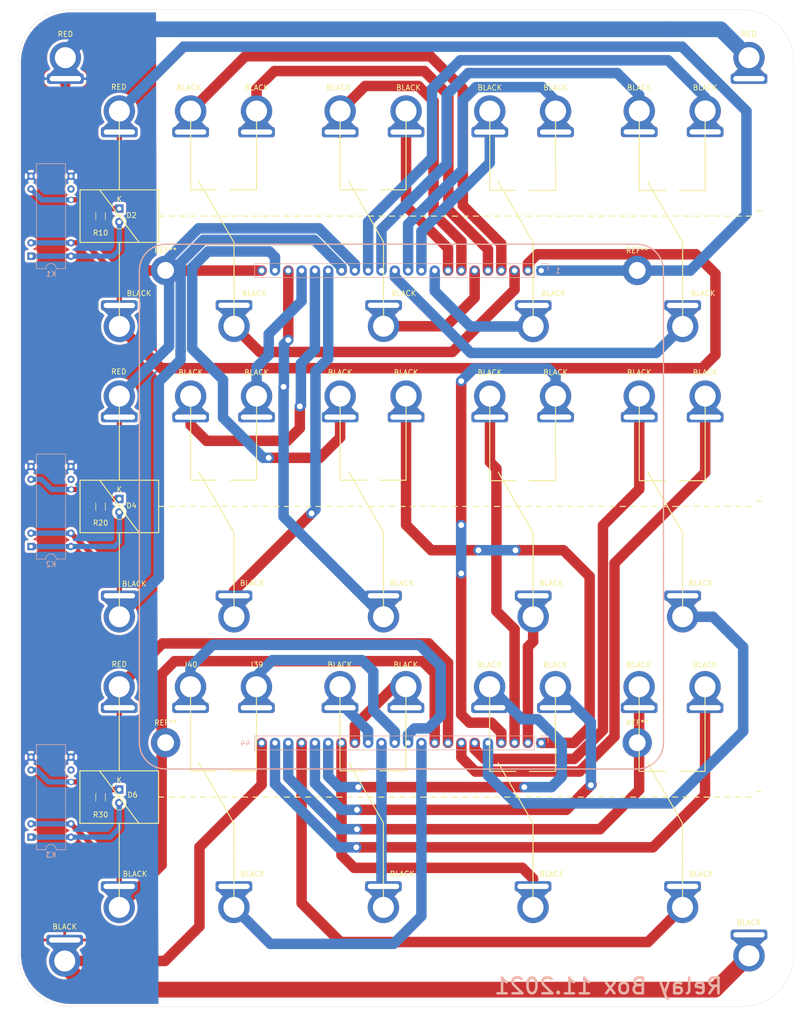
<source format=kicad_pcb>
(kicad_pcb (version 20171130) (host pcbnew "(5.1.9)-1")
  (title_block (title "Relay Box") (date 2021-07-24) (rev V0.1) (company "SENSA GROUP") (comment 1 "Relay bocx for the HPK station project"))
  (layers (0 F.Cu signal) (31 B.Cu signal) (34 B.Paste user) (35 F.Paste user) (36 B.SilkS user) (37 F.SilkS user hide) (38 B.Mask user) (39 F.Mask user) (44 Edge.Cuts user))
  (net 0 "")
  (net 1 R1-)
  (net 2 R2-)
  (net 3 R3-)
  (net 4 "Net-(D2-Pad1)")
  (net 5 "Net-(D2-Pad2)")
  (net 6 "Net-(D4-Pad1)")
  (net 7 "Net-(D4-Pad2)")
  (net 8 "Net-(D6-Pad2)")
  (net 9 "Net-(D6-Pad1)")
  (net 10 VS)
  (net 11 G)
  (net 12 COM1_1)
  (net 13 COM1_3)
  (net 14 COM1_2)
  (net 15 COM1_4)
  (net 16 R1+)
  (net 17 NO1_1)
  (net 18 NC1_1)
  (net 19 NO1_3)
  (net 20 NC1_3)
  (net 21 NO1_2)
  (net 22 NC1_2)
  (net 23 NO1_4)
  (net 24 NC1_4)
  (net 25 COM2_3)
  (net 26 COM2_1)
  (net 27 COM2_4)
  (net 28 R2+)
  (net 29 NO2_3)
  (net 30 NC2_3)
  (net 31 NO2_1)
  (net 32 NC2_1)
  (net 33 NO2_4)
  (net 34 NC2_4)
  (net 35 COM3_3)
  (net 36 COM3_1)
  (net 37 COM3_2)
  (net 38 COM3_4)
  (net 39 R3+)
  (net 40 NO3_3)
  (net 41 NC3_3)
  (net 42 NO3_1)
  (net 43 NC3_1)
  (net 44 NO3_2)
  (net 45 NC3_2)
  (net 46 NO3_4)
  (net 47 NC3_4)
  (net 48 COM2_2)
  (net 49 NC2_2)
  (net 50 NO2_2)
  (module MountingHole:MountingHole_3.2mm_M3_DIN965_Pad (layer F.Cu) (at 136.11 69.7)
    (fp_text reference REF** (at 0 -3.8) (layer F.SilkS))
    (fp_text value MountingHole_3.2mm_M3_DIN965_Pad)
    (pad 1 thru_hole circle (at 0 0) (size 5.6 5.6) (drill 3.2) (layers *.Cu *.Mask))
  )
  (module MountingHole:MountingHole_3.2mm_M3_DIN965_Pad (layer F.Cu) (at 46.12 69.69)
    (fp_text reference REF** (at 0 -3.8) (layer F.SilkS))
    (fp_text value MountingHole_3.2mm_M3_DIN965_Pad)
    (pad 1 thru_hole circle (at 0 0) (size 5.6 5.6) (drill 3.2) (layers *.Cu *.Mask))
  )
  (module MountingHole:MountingHole_3.2mm_M3_DIN965_Pad (layer F.Cu) (at 46.12 159.69)
    (fp_text reference REF** (at 0 -3.8) (layer F.SilkS))
    (fp_text value MountingHole_3.2mm_M3_DIN965_Pad)
    (pad 1 thru_hole circle (at 0 0) (size 5.6 5.6) (drill 3.2) (layers *.Cu *.Mask))
  )
  (module MountingHole:MountingHole_3.2mm_M3_DIN965_Pad (layer F.Cu) (at 136.11 159.7)
    (fp_text reference REF** (at 0 -3.8) (layer F.SilkS))
    (fp_text value MountingHole_3.2mm_M3_DIN965_Pad)
    (pad 1 thru_hole circle (at 0 0) (size 5.6 5.6) (drill 3.2) (layers *.Cu *.Mask))
  )
  (module additions:BananaPlug_custom (layer F.Cu) (at 37.275 191.077223 180)
    (fp_text reference BLACK (at -3.005 6.377223) (layer F.SilkS))
    (fp_text value -)
    (pad 1 thru_hole custom (at 0 0 180) (size 6 6) (drill 4) (layers *.Cu *.Mask) (net 3 R3-) (options (clearance outline) (anchor circle)) (primitives (gr_poly (pts (xy 0 0) (xy 3 3) (xy 0 3)) (width 0)) (gr_poly (pts (xy 0 0) (xy 0 3) (xy -3 3)) (width 0))))
    (pad 1 thru_hole roundrect (at 0 4 90) (size 2 7) (drill oval 1 6) (layers *.Cu *.Mask) (net 3 R3-))
  )
  (module additions:BananaPlug_custom (layer F.Cu) (at 27 29.16)
    (fp_text reference RED (at 0 -4.48) (layer F.SilkS))
    (fp_text value +)
    (pad 1 thru_hole custom (at 0 0) (size 6 6) (drill 4) (layers *.Cu *.Mask) (net 10 VS) (options (clearance outline) (anchor circle)) (primitives (gr_poly (pts (xy 0 0) (xy 3 3) (xy 0 3)) (width 0)) (gr_poly (pts (xy 0 0) (xy 0 3) (xy -3 3)) (width 0))))
    (pad 1 thru_hole roundrect (at 0 4 270) (size 2 7) (drill oval 1 6) (layers *.Cu *.Mask) (net 10 VS))
  )
  (module additions:BananaPlug_custom (layer F.Cu) (at 26.88 201.29 180)
    (fp_text reference BLACK (at 0 6.53) (layer F.SilkS))
    (fp_text value -)
    (pad 1 thru_hole custom (at 0 0 180) (size 6 6) (drill 4) (layers *.Cu *.Mask) (net 11 G) (options (clearance outline) (anchor circle)) (primitives (gr_poly (pts (xy 0 0) (xy 3 3) (xy 0 3)) (width 0)) (gr_poly (pts (xy 0 0) (xy 0 3) (xy -3 3)) (width 0))))
    (pad 1 thru_hole roundrect (at 0 4 90) (size 2 7) (drill oval 1 6) (layers *.Cu *.Mask) (net 11 G))
  )
  (module additions:BananaPlug_custom (layer F.Cu) (at 37.3 80.377223 180)
    (fp_text reference BLACK (at -3.75 6.317223) (layer F.SilkS))
    (fp_text value -)
    (pad 1 thru_hole custom (at 0 0 180) (size 6 6) (drill 4) (layers *.Cu *.Mask) (net 1 R1-) (options (clearance outline) (anchor circle)) (primitives (gr_poly (pts (xy 0 0) (xy 3 3) (xy 0 3)) (width 0)) (gr_poly (pts (xy 0 0) (xy 0 3) (xy -3 3)) (width 0))))
    (pad 1 thru_hole roundrect (at 0 4 90) (size 2 7) (drill oval 1 6) (layers *.Cu *.Mask) (net 1 R1-))
  )
  (module additions:BananaPlug_custom (layer F.Cu) (at 59.1825 80.34 180)
    (fp_text reference BLACK (at -3.88 6.28) (layer F.SilkS))
    (fp_text value COM)
    (pad 1 thru_hole roundrect (at 0 4 90) (size 2 7) (drill oval 1 6) (layers *.Cu *.Mask) (net 12 COM1_1))
    (pad 1 thru_hole custom (at 0 0 180) (size 6 6) (drill 4) (layers *.Cu *.Mask) (net 12 COM1_1) (options (clearance outline) (anchor circle)) (primitives (gr_poly (pts (xy 0 0) (xy 3 3) (xy 0 3)) (width 0)) (gr_poly (pts (xy 0 0) (xy 0 3) (xy -3 3)) (width 0))))
  )
  (module additions:BananaPlug_custom (layer F.Cu) (at 116.2525 80.377223 180)
    (fp_text reference BLACK (at -3.88 6.317223) (layer F.SilkS))
    (fp_text value COM)
    (pad 1 thru_hole roundrect (at 0 4 90) (size 2 7) (drill oval 1 6) (layers *.Cu *.Mask) (net 13 COM1_3))
    (pad 1 thru_hole custom (at 0 0 180) (size 6 6) (drill 4) (layers *.Cu *.Mask) (net 13 COM1_3) (options (clearance outline) (anchor circle)) (primitives (gr_poly (pts (xy 0 0) (xy 3 3) (xy 0 3)) (width 0)) (gr_poly (pts (xy 0 0) (xy 0 3) (xy -3 3)) (width 0))))
  )
  (module additions:BananaPlug_custom (layer F.Cu) (at 87.7075 80.34 180)
    (fp_text reference BLACK (at -3.88 6.28) (layer F.SilkS))
    (fp_text value COM)
    (pad 1 thru_hole custom (at 0 0 180) (size 6 6) (drill 4) (layers *.Cu *.Mask) (net 14 COM1_2) (options (clearance outline) (anchor circle)) (primitives (gr_poly (pts (xy 0 0) (xy 3 3) (xy 0 3)) (width 0)) (gr_poly (pts (xy 0 0) (xy 0 3) (xy -3 3)) (width 0))))
    (pad 1 thru_hole roundrect (at 0 4 90) (size 2 7) (drill oval 1 6) (layers *.Cu *.Mask) (net 14 COM1_2))
  )
  (module additions:BananaPlug_custom (layer F.Cu) (at 144.7775 80.377223 180)
    (fp_text reference BLACK (at -3.88 6.317223) (layer F.SilkS))
    (fp_text value COM)
    (pad 1 thru_hole custom (at 0 0 180) (size 6 6) (drill 4) (layers *.Cu *.Mask) (net 15 COM1_4) (options (clearance outline) (anchor circle)) (primitives (gr_poly (pts (xy 0 0) (xy 3 3) (xy 0 3)) (width 0)) (gr_poly (pts (xy 0 0) (xy 0 3) (xy -3 3)) (width 0))))
    (pad 1 thru_hole roundrect (at 0 4 90) (size 2 7) (drill oval 1 6) (layers *.Cu *.Mask) (net 15 COM1_4))
  )
  (module additions:BananaPlug_custom (layer F.Cu) (at 37.3 39.332777)
    (fp_text reference RED (at -0.1 -4.582777) (layer F.SilkS))
    (fp_text value +)
    (pad 1 thru_hole roundrect (at 0 4 270) (size 2 7) (drill oval 1 6) (layers *.Cu *.Mask) (net 16 R1+))
    (pad 1 thru_hole custom (at 0 0) (size 6 6) (drill 4) (layers *.Cu *.Mask) (net 16 R1+) (options (clearance outline) (anchor circle)) (primitives (gr_poly (pts (xy 0 0) (xy 3 3) (xy 0 3)) (width 0)) (gr_poly (pts (xy 0 0) (xy 0 3) (xy -3 3)) (width 0))))
  )
  (module additions:BananaPlug_custom (layer F.Cu) (at 63.475 39.332777)
    (fp_text reference BLACK (at 0 -4.462777) (layer F.SilkS))
    (fp_text value NO)
    (pad 1 thru_hole custom (at 0 0) (size 6 6) (drill 4) (layers *.Cu *.Mask) (net 17 NO1_1) (options (clearance outline) (anchor circle)) (primitives (gr_poly (pts (xy 0 0) (xy 3 3) (xy 0 3)) (width 0)) (gr_poly (pts (xy 0 0) (xy 0 3) (xy -3 3)) (width 0))))
    (pad 1 thru_hole roundrect (at 0 4 270) (size 2 7) (drill oval 1 6) (layers *.Cu *.Mask) (net 17 NO1_1))
  )
  (module additions:BananaPlug_custom (layer F.Cu) (at 50.9 39.332777)
    (fp_text reference BLACK (at -0.33 -4.462777) (layer F.SilkS))
    (fp_text value NC)
    (pad 1 thru_hole roundrect (at 0 4 270) (size 2 7) (drill oval 1 6) (layers *.Cu *.Mask) (net 18 NC1_1))
    (pad 1 thru_hole custom (at 0 0) (size 6 6) (drill 4) (layers *.Cu *.Mask) (net 18 NC1_1) (options (clearance outline) (anchor circle)) (primitives (gr_poly (pts (xy 0 0) (xy 3 3) (xy 0 3)) (width 0)) (gr_poly (pts (xy 0 0) (xy 0 3) (xy -3 3)) (width 0))))
  )
  (module additions:BananaPlug_custom (layer F.Cu) (at 120.525 39.332777)
    (fp_text reference BLACK (at 0 -4.462777) (layer F.SilkS))
    (fp_text value NO)
    (pad 1 thru_hole custom (at 0 0) (size 6 6) (drill 4) (layers *.Cu *.Mask) (net 19 NO1_3) (options (clearance outline) (anchor circle)) (primitives (gr_poly (pts (xy 0 0) (xy 3 3) (xy 0 3)) (width 0)) (gr_poly (pts (xy 0 0) (xy 0 3) (xy -3 3)) (width 0))))
    (pad 1 thru_hole roundrect (at 0 4 270) (size 2 7) (drill oval 1 6) (layers *.Cu *.Mask) (net 19 NO1_3))
  )
  (module additions:BananaPlug_custom (layer F.Cu) (at 107.97 39.332777)
    (fp_text reference BLACK (at 0 -4.462777) (layer F.SilkS))
    (fp_text value NC)
    (pad 1 thru_hole roundrect (at 0 4 270) (size 2 7) (drill oval 1 6) (layers *.Cu *.Mask) (net 20 NC1_3))
    (pad 1 thru_hole custom (at 0 0) (size 6 6) (drill 4) (layers *.Cu *.Mask) (net 20 NC1_3) (options (clearance outline) (anchor circle)) (primitives (gr_poly (pts (xy 0 0) (xy 3 3) (xy 0 3)) (width 0)) (gr_poly (pts (xy 0 0) (xy 0 3) (xy -3 3)) (width 0))))
  )
  (module additions:BananaPlug_custom (layer F.Cu) (at 92 39.332777)
    (fp_text reference BLACK (at 0.448571 -4.462777) (layer F.SilkS))
    (fp_text value NO)
    (pad 1 thru_hole roundrect (at 0 4 270) (size 2 7) (drill oval 1 6) (layers *.Cu *.Mask) (net 21 NO1_2))
    (pad 1 thru_hole custom (at 0 0) (size 6 6) (drill 4) (layers *.Cu *.Mask) (net 21 NO1_2) (options (clearance outline) (anchor circle)) (primitives (gr_poly (pts (xy 0 0) (xy 3 3) (xy 0 3)) (width 0)) (gr_poly (pts (xy 0 0) (xy 0 3) (xy -3 3)) (width 0))))
  )
  (module additions:BananaPlug_custom (layer F.Cu) (at 79.425 39.332777)
    (fp_text reference BLACK (at -0.269286 -4.462777) (layer F.SilkS))
    (fp_text value NC)
    (pad 1 thru_hole custom (at 0 0) (size 6 6) (drill 4) (layers *.Cu *.Mask) (net 22 NC1_2) (options (clearance outline) (anchor circle)) (primitives (gr_poly (pts (xy 0 0) (xy 3 3) (xy 0 3)) (width 0)) (gr_poly (pts (xy 0 0) (xy 0 3) (xy -3 3)) (width 0))))
    (pad 1 thru_hole roundrect (at 0 4 270) (size 2 7) (drill oval 1 6) (layers *.Cu *.Mask) (net 22 NC1_2))
  )
  (module additions:BananaPlug_custom (layer F.Cu) (at 149.07 39.3)
    (fp_text reference BLACK (at 0 -4.43) (layer F.SilkS))
    (fp_text value NO)
    (pad 1 thru_hole roundrect (at 0 4 270) (size 2 7) (drill oval 1 6) (layers *.Cu *.Mask) (net 23 NO1_4))
    (pad 1 thru_hole custom (at 0 0) (size 6 6) (drill 4) (layers *.Cu *.Mask) (net 23 NO1_4) (options (clearance outline) (anchor circle)) (primitives (gr_poly (pts (xy 0 0) (xy 3 3) (xy 0 3)) (width 0)) (gr_poly (pts (xy 0 0) (xy 0 3) (xy -3 3)) (width 0))))
  )
  (module additions:BananaPlug_custom (layer F.Cu) (at 136.495 39.3)
    (fp_text reference BLACK (at 0 -4.43) (layer F.SilkS))
    (fp_text value NC)
    (pad 1 thru_hole custom (at 0 0) (size 6 6) (drill 4) (layers *.Cu *.Mask) (net 24 NC1_4) (options (clearance outline) (anchor circle)) (primitives (gr_poly (pts (xy 0 0) (xy 3 3) (xy 0 3)) (width 0)) (gr_poly (pts (xy 0 0) (xy 0 3) (xy -3 3)) (width 0))))
    (pad 1 thru_hole roundrect (at 0 4 270) (size 2 7) (drill oval 1 6) (layers *.Cu *.Mask) (net 24 NC1_4))
  )
  (module additions:BananaPlug_custom (layer F.Cu) (at 37.3 135.697223 180)
    (fp_text reference BLACK (at -2.84 6.267223) (layer F.SilkS))
    (fp_text value -)
    (pad 1 thru_hole roundrect (at 0 4 90) (size 2 7) (drill oval 1 6) (layers *.Cu *.Mask) (net 2 R2-))
    (pad 1 thru_hole custom (at 0 0 180) (size 6 6) (drill 4) (layers *.Cu *.Mask) (net 2 R2-) (options (clearance outline) (anchor circle)) (primitives (gr_poly (pts (xy 0 0) (xy 3 3) (xy 0 3)) (width 0)) (gr_poly (pts (xy 0 0) (xy 0 3) (xy -3 3)) (width 0))))
  )
  (module additions:BananaPlug_custom (layer F.Cu) (at 116.2525 135.697223 180)
    (fp_text reference BLACK (at -3.47 6.41) (layer F.SilkS))
    (fp_text value COM)
    (pad 1 thru_hole roundrect (at 0 4 90) (size 2 7) (drill oval 1 6) (layers *.Cu *.Mask) (net 25 COM2_3))
    (pad 1 thru_hole custom (at 0 0 180) (size 6 6) (drill 4) (layers *.Cu *.Mask) (net 25 COM2_3) (options (clearance outline) (anchor circle)) (primitives (gr_poly (pts (xy 0 0) (xy 3 3) (xy 0 3)) (width 0)) (gr_poly (pts (xy 0 0) (xy 0 3) (xy -3 3)) (width 0))))
  )
  (module additions:BananaPlug_custom (layer F.Cu) (at 59.1825 135.697223 180)
    (fp_text reference BLACK (at -3.47 6.41) (layer F.SilkS))
    (fp_text value COM)
    (pad 1 thru_hole custom (at 0 0 180) (size 6 6) (drill 4) (layers *.Cu *.Mask) (net 26 COM2_1) (options (clearance outline) (anchor circle)) (primitives (gr_poly (pts (xy 0 0) (xy 3 3) (xy 0 3)) (width 0)) (gr_poly (pts (xy 0 0) (xy 0 3) (xy -3 3)) (width 0))))
    (pad 1 thru_hole roundrect (at 0 4 90) (size 2 7) (drill oval 1 6) (layers *.Cu *.Mask) (net 26 COM2_1))
  )
  (module additions:BananaPlug_custom (layer F.Cu) (at 87.7 135.697223 180)
    (fp_text reference BLACK (at -3.47 6.41) (layer F.SilkS))
    (fp_text value COM)
    (pad 1 thru_hole roundrect (at 0 4 90) (size 2 7) (drill oval 1 6) (layers *.Cu *.Mask) (net 48 COM2_2))
    (pad 1 thru_hole custom (at 0 0 180) (size 6 6) (drill 4) (layers *.Cu *.Mask) (net 48 COM2_2) (options (clearance outline) (anchor circle)) (primitives (gr_poly (pts (xy 0 0) (xy 3 3) (xy 0 3)) (width 0)) (gr_poly (pts (xy 0 0) (xy 0 3) (xy -3 3)) (width 0))))
  )
  (module additions:BananaPlug_custom (layer F.Cu) (at 144.7775 135.697223 180)
    (fp_text reference BLACK (at -3.47 6.41) (layer F.SilkS))
    (fp_text value COM)
    (pad 1 thru_hole roundrect (at 0 4 90) (size 2 7) (drill oval 1 6) (layers *.Cu *.Mask) (net 27 COM2_4))
    (pad 1 thru_hole custom (at 0 0 180) (size 6 6) (drill 4) (layers *.Cu *.Mask) (net 27 COM2_4) (options (clearance outline) (anchor circle)) (primitives (gr_poly (pts (xy 0 0) (xy 3 3) (xy 0 3)) (width 0)) (gr_poly (pts (xy 0 0) (xy 0 3) (xy -3 3)) (width 0))))
  )
  (module additions:BananaPlug_custom (layer F.Cu) (at 37.3 93.652777)
    (fp_text reference RED (at -0.1 -4.662777) (layer F.SilkS))
    (fp_text value +)
    (pad 1 thru_hole custom (at 0 0) (size 6 6) (drill 4) (layers *.Cu *.Mask) (net 28 R2+) (options (clearance outline) (anchor circle)) (primitives (gr_poly (pts (xy 0 0) (xy 3 3) (xy 0 3)) (width 0)) (gr_poly (pts (xy 0 0) (xy 0 3) (xy -3 3)) (width 0))))
    (pad 1 thru_hole roundrect (at 0 4 270) (size 2 7) (drill oval 1 6) (layers *.Cu *.Mask) (net 28 R2+))
  )
  (module additions:BananaPlug_custom (layer F.Cu) (at 120.525 93.652777)
    (fp_text reference BLACK (at 0 -4.522777) (layer F.SilkS))
    (fp_text value NO)
    (pad 1 thru_hole custom (at 0 0) (size 6 6) (drill 4) (layers *.Cu *.Mask) (net 29 NO2_3) (options (clearance outline) (anchor circle)) (primitives (gr_poly (pts (xy 0 0) (xy 3 3) (xy 0 3)) (width 0)) (gr_poly (pts (xy 0 0) (xy 0 3) (xy -3 3)) (width 0))))
    (pad 1 thru_hole roundrect (at 0 4 270) (size 2 7) (drill oval 1 6) (layers *.Cu *.Mask) (net 29 NO2_3))
  )
  (module additions:BananaPlug_custom (layer F.Cu) (at 107.97 93.652777)
    (fp_text reference BLACK (at 0 -4.522777) (layer F.SilkS))
    (fp_text value NC)
    (pad 1 thru_hole roundrect (at 0 4 270) (size 2 7) (drill oval 1 6) (layers *.Cu *.Mask) (net 30 NC2_3))
    (pad 1 thru_hole custom (at 0 0) (size 6 6) (drill 4) (layers *.Cu *.Mask) (net 30 NC2_3) (options (clearance outline) (anchor circle)) (primitives (gr_poly (pts (xy 0 0) (xy 3 3) (xy 0 3)) (width 0)) (gr_poly (pts (xy 0 0) (xy 0 3) (xy -3 3)) (width 0))))
  )
  (module additions:BananaPlug_custom (layer F.Cu) (at 63.475 93.652777)
    (fp_text reference BLACK (at 0 -4.522777) (layer F.SilkS))
    (fp_text value NO)
    (pad 1 thru_hole roundrect (at 0 4 270) (size 2 7) (drill oval 1 6) (layers *.Cu *.Mask) (net 31 NO2_1))
    (pad 1 thru_hole custom (at 0 0) (size 6 6) (drill 4) (layers *.Cu *.Mask) (net 31 NO2_1) (options (clearance outline) (anchor circle)) (primitives (gr_poly (pts (xy 0 0) (xy 3 3) (xy 0 3)) (width 0)) (gr_poly (pts (xy 0 0) (xy 0 3) (xy -3 3)) (width 0))))
  )
  (module additions:BananaPlug_custom (layer F.Cu) (at 50.9 93.652777)
    (fp_text reference BLACK (at 0 -4.522777) (layer F.SilkS))
    (fp_text value NC)
    (pad 1 thru_hole custom (at 0 0) (size 6 6) (drill 4) (layers *.Cu *.Mask) (net 32 NC2_1) (options (clearance outline) (anchor circle)) (primitives (gr_poly (pts (xy 0 0) (xy 3 3) (xy 0 3)) (width 0)) (gr_poly (pts (xy 0 0) (xy 0 3) (xy -3 3)) (width 0))))
    (pad 1 thru_hole roundrect (at 0 4 270) (size 2 7) (drill oval 1 6) (layers *.Cu *.Mask) (net 32 NC2_1))
  )
  (module additions:BananaPlug_custom (layer F.Cu) (at 92 93.652777)
    (fp_text reference BLACK (at 0 -4.522777) (layer F.SilkS))
    (fp_text value NO)
    (pad 1 thru_hole custom (at 0 0) (size 6 6) (drill 4) (layers *.Cu *.Mask) (net 50 NO2_2) (options (clearance outline) (anchor circle)) (primitives (gr_poly (pts (xy 0 0) (xy 3 3) (xy 0 3)) (width 0)) (gr_poly (pts (xy 0 0) (xy 0 3) (xy -3 3)) (width 0))))
    (pad 1 thru_hole roundrect (at 0 4 270) (size 2 7) (drill oval 1 6) (layers *.Cu *.Mask) (net 50 NO2_2))
  )
  (module additions:BananaPlug_custom (layer F.Cu) (at 79.425 93.652777)
    (fp_text reference BLACK (at 0 -4.522777) (layer F.SilkS))
    (fp_text value NC)
    (pad 1 thru_hole roundrect (at 0 4 270) (size 2 7) (drill oval 1 6) (layers *.Cu *.Mask) (net 49 NC2_2))
    (pad 1 thru_hole custom (at 0 0) (size 6 6) (drill 4) (layers *.Cu *.Mask) (net 49 NC2_2) (options (clearance outline) (anchor circle)) (primitives (gr_poly (pts (xy 0 0) (xy 3 3) (xy 0 3)) (width 0)) (gr_poly (pts (xy 0 0) (xy 0 3) (xy -3 3)) (width 0))))
  )
  (module additions:BananaPlug_custom (layer F.Cu) (at 149.07 93.652777)
    (fp_text reference BLACK (at 0 -4.522777) (layer F.SilkS))
    (fp_text value NO)
    (pad 1 thru_hole custom (at 0 0) (size 6 6) (drill 4) (layers *.Cu *.Mask) (net 33 NO2_4) (options (clearance outline) (anchor circle)) (primitives (gr_poly (pts (xy 0 0) (xy 3 3) (xy 0 3)) (width 0)) (gr_poly (pts (xy 0 0) (xy 0 3) (xy -3 3)) (width 0))))
    (pad 1 thru_hole roundrect (at 0 4 270) (size 2 7) (drill oval 1 6) (layers *.Cu *.Mask) (net 33 NO2_4))
  )
  (module additions:BananaPlug_custom (layer F.Cu) (at 136.495 93.652777)
    (fp_text reference BLACK (at 0 -4.522777) (layer F.SilkS))
    (fp_text value NC)
    (pad 1 thru_hole custom (at 0 0) (size 6 6) (drill 4) (layers *.Cu *.Mask) (net 34 NC2_4) (options (clearance outline) (anchor circle)) (primitives (gr_poly (pts (xy 0 0) (xy 3 3) (xy 0 3)) (width 0)) (gr_poly (pts (xy 0 0) (xy 0 3) (xy -3 3)) (width 0))))
    (pad 1 thru_hole roundrect (at 0 4 270) (size 2 7) (drill oval 1 6) (layers *.Cu *.Mask) (net 34 NC2_4))
  )
  (module additions:BananaPlug_custom (layer F.Cu) (at 116.2275 191.077223 180)
    (fp_text reference BLACK (at -3.58 6.377223) (layer F.SilkS))
    (fp_text value COM)
    (pad 1 thru_hole custom (at 0 0 180) (size 6 6) (drill 4) (layers *.Cu *.Mask) (net 35 COM3_3) (options (clearance outline) (anchor circle)) (primitives (gr_poly (pts (xy 0 0) (xy 3 3) (xy 0 3)) (width 0)) (gr_poly (pts (xy 0 0) (xy 0 3) (xy -3 3)) (width 0))))
    (pad 1 thru_hole roundrect (at 0 4 90) (size 2 7) (drill oval 1 6) (layers *.Cu *.Mask) (net 35 COM3_3))
  )
  (module additions:BananaPlug_custom (layer F.Cu) (at 59.1575 191.077223 180)
    (fp_text reference BLACK (at -3.58 6.377223) (layer F.SilkS))
    (fp_text value COM)
    (pad 1 thru_hole roundrect (at 0 4 90) (size 2 7) (drill oval 1 6) (layers *.Cu *.Mask) (net 36 COM3_1))
    (pad 1 thru_hole custom (at 0 0 180) (size 6 6) (drill 4) (layers *.Cu *.Mask) (net 36 COM3_1) (options (clearance outline) (anchor circle)) (primitives (gr_poly (pts (xy 0 0) (xy 3 3) (xy 0 3)) (width 0)) (gr_poly (pts (xy 0 0) (xy 0 3) (xy -3 3)) (width 0))))
  )
  (module additions:BananaPlug_custom (layer F.Cu) (at 87.6825 191.077223 180)
    (fp_text reference BLACK (at -3.58 6.377223) (layer F.SilkS))
    (fp_text value COM)
    (pad 1 thru_hole custom (at 0 0 180) (size 6 6) (drill 4) (layers *.Cu *.Mask) (net 37 COM3_2) (options (clearance outline) (anchor circle)) (primitives (gr_poly (pts (xy 0 0) (xy 3 3) (xy 0 3)) (width 0)) (gr_poly (pts (xy 0 0) (xy 0 3) (xy -3 3)) (width 0))))
    (pad 1 thru_hole roundrect (at 0 4 90) (size 2 7) (drill oval 1 6) (layers *.Cu *.Mask) (net 37 COM3_2))
  )
  (module additions:BananaPlug_custom (layer F.Cu) (at 144.7525 191.077223 180)
    (fp_text reference BLACK (at -3.58 6.377223) (layer F.SilkS))
    (fp_text value COM)
    (pad 1 thru_hole custom (at 0 0 180) (size 6 6) (drill 4) (layers *.Cu *.Mask) (net 38 COM3_4) (options (clearance outline) (anchor circle)) (primitives (gr_poly (pts (xy 0 0) (xy 3 3) (xy 0 3)) (width 0)) (gr_poly (pts (xy 0 0) (xy 0 3) (xy -3 3)) (width 0))))
    (pad 1 thru_hole roundrect (at 0 4 90) (size 2 7) (drill oval 1 6) (layers *.Cu *.Mask) (net 38 COM3_4))
  )
  (module additions:BananaPlug_custom (layer F.Cu) (at 37.275 149.032777)
    (fp_text reference RED (at 0.005 -4.282777) (layer F.SilkS))
    (fp_text value +)
    (pad 1 thru_hole custom (at 0 0) (size 6 6) (drill 4) (layers *.Cu *.Mask) (net 39 R3+) (options (clearance outline) (anchor circle)) (primitives (gr_poly (pts (xy 0 0) (xy 3 3) (xy 0 3)) (width 0)) (gr_poly (pts (xy 0 0) (xy 0 3) (xy -3 3)) (width 0))))
    (pad 1 thru_hole roundrect (at 0 4 270) (size 2 7) (drill oval 1 6) (layers *.Cu *.Mask) (net 39 R3+))
  )
  (module additions:BananaPlug_custom (layer F.Cu) (at 120.5 149.032777)
    (fp_text reference BLACK (at -0.03 -4.202777) (layer F.SilkS))
    (fp_text value NO)
    (pad 1 thru_hole roundrect (at 0 4 270) (size 2 7) (drill oval 1 6) (layers *.Cu *.Mask) (net 40 NO3_3))
    (pad 1 thru_hole custom (at 0 0) (size 6 6) (drill 4) (layers *.Cu *.Mask) (net 40 NO3_3) (options (clearance outline) (anchor circle)) (primitives (gr_poly (pts (xy 0 0) (xy 3 3) (xy 0 3)) (width 0)) (gr_poly (pts (xy 0 0) (xy 0 3) (xy -3 3)) (width 0))))
  )
  (module additions:BananaPlug_custom (layer F.Cu) (at 107.945 149.032777)
    (fp_text reference BLACK (at -0.03 -4.202777) (layer F.SilkS))
    (fp_text value NC)
    (pad 1 thru_hole roundrect (at 0 4 270) (size 2 7) (drill oval 1 6) (layers *.Cu *.Mask) (net 41 NC3_3))
    (pad 1 thru_hole custom (at 0 0) (size 6 6) (drill 4) (layers *.Cu *.Mask) (net 41 NC3_3) (options (clearance outline) (anchor circle)) (primitives (gr_poly (pts (xy 0 0) (xy 3 3) (xy 0 3)) (width 0)) (gr_poly (pts (xy 0 0) (xy 0 3) (xy -3 3)) (width 0))))
  )
  (module additions:BananaPlug_custom (layer F.Cu) (at 63.45 149.032777)
    (fp_text reference J39 (at -0.03 -4.202777) (layer F.SilkS))
    (fp_text value NO)
    (pad 1 thru_hole roundrect (at 0 4 270) (size 2 7) (drill oval 1 6) (layers *.Cu *.Mask) (net 42 NO3_1))
    (pad 1 thru_hole custom (at 0 0) (size 6 6) (drill 4) (layers *.Cu *.Mask) (net 42 NO3_1) (options (clearance outline) (anchor circle)) (primitives (gr_poly (pts (xy 0 0) (xy 3 3) (xy 0 3)) (width 0)) (gr_poly (pts (xy 0 0) (xy 0 3) (xy -3 3)) (width 0))))
  )
  (module additions:BananaPlug_custom (layer F.Cu) (at 50.875 149.032777)
    (fp_text reference J40 (at -0.03 -4.202777) (layer F.SilkS))
    (fp_text value NC)
    (pad 1 thru_hole custom (at 0 0) (size 6 6) (drill 4) (layers *.Cu *.Mask) (net 43 NC3_1) (options (clearance outline) (anchor circle)) (primitives (gr_poly (pts (xy 0 0) (xy 3 3) (xy 0 3)) (width 0)) (gr_poly (pts (xy 0 0) (xy 0 3) (xy -3 3)) (width 0))))
    (pad 1 thru_hole roundrect (at 0 4 270) (size 2 7) (drill oval 1 6) (layers *.Cu *.Mask) (net 43 NC3_1))
  )
  (module additions:BananaPlug_custom (layer F.Cu) (at 91.975 149.032777)
    (fp_text reference BLACK (at -0.03 -4.202777) (layer F.SilkS))
    (fp_text value NO)
    (pad 1 thru_hole roundrect (at 0 4 270) (size 2 7) (drill oval 1 6) (layers *.Cu *.Mask) (net 44 NO3_2))
    (pad 1 thru_hole custom (at 0 0) (size 6 6) (drill 4) (layers *.Cu *.Mask) (net 44 NO3_2) (options (clearance outline) (anchor circle)) (primitives (gr_poly (pts (xy 0 0) (xy 3 3) (xy 0 3)) (width 0)) (gr_poly (pts (xy 0 0) (xy 0 3) (xy -3 3)) (width 0))))
  )
  (module additions:BananaPlug_custom (layer F.Cu) (at 79.4 149.032777)
    (fp_text reference BLACK (at -0.03 -4.202777) (layer F.SilkS))
    (fp_text value NC)
    (pad 1 thru_hole roundrect (at 0 4 270) (size 2 7) (drill oval 1 6) (layers *.Cu *.Mask) (net 45 NC3_2))
    (pad 1 thru_hole custom (at 0 0) (size 6 6) (drill 4) (layers *.Cu *.Mask) (net 45 NC3_2) (options (clearance outline) (anchor circle)) (primitives (gr_poly (pts (xy 0 0) (xy 3 3) (xy 0 3)) (width 0)) (gr_poly (pts (xy 0 0) (xy 0 3) (xy -3 3)) (width 0))))
  )
  (module additions:BananaPlug_custom (layer F.Cu) (at 149.045 149.032777)
    (fp_text reference BLACK (at -0.03 -4.202777) (layer F.SilkS))
    (fp_text value NO)
    (pad 1 thru_hole roundrect (at 0 4 270) (size 2 7) (drill oval 1 6) (layers *.Cu *.Mask) (net 46 NO3_4))
    (pad 1 thru_hole custom (at 0 0) (size 6 6) (drill 4) (layers *.Cu *.Mask) (net 46 NO3_4) (options (clearance outline) (anchor circle)) (primitives (gr_poly (pts (xy 0 0) (xy 3 3) (xy 0 3)) (width 0)) (gr_poly (pts (xy 0 0) (xy 0 3) (xy -3 3)) (width 0))))
  )
  (module additions:BananaPlug_custom (layer F.Cu) (at 136.47 149.032777)
    (fp_text reference BLACK (at -0.03 -4.202777) (layer F.SilkS))
    (fp_text value NC)
    (pad 1 thru_hole custom (at 0 0) (size 6 6) (drill 4) (layers *.Cu *.Mask) (net 47 NC3_4) (options (clearance outline) (anchor circle)) (primitives (gr_poly (pts (xy 0 0) (xy 3 3) (xy 0 3)) (width 0)) (gr_poly (pts (xy 0 0) (xy 0 3) (xy -3 3)) (width 0))))
    (pad 1 thru_hole roundrect (at 0 4 270) (size 2 7) (drill oval 1 6) (layers *.Cu *.Mask) (net 47 NC3_4))
  )
  (module additions:BananaPlug_custom (layer F.Cu) (at 157.43 29.16)
    (fp_text reference RED (at 0 -4.48) (layer F.SilkS))
    (fp_text value +)
    (pad 1 thru_hole roundrect (at 0 4 270) (size 2 7) (drill oval 1 6) (layers *.Cu *.Mask) (net 10 VS))
    (pad 1 thru_hole custom (at 0 0) (size 6 6) (drill 4) (layers *.Cu *.Mask) (net 10 VS) (options (clearance outline) (anchor circle)) (primitives (gr_poly (pts (xy 0 0) (xy 3 3) (xy 0 3)) (width 0)) (gr_poly (pts (xy 0 0) (xy 0 3) (xy -3 3)) (width 0))))
  )
  (module additions:BananaPlug_custom (layer F.Cu) (at 157.43 200.3 180)
    (fp_text reference BLACK (at 0 6.33) (layer F.SilkS))
    (fp_text value -)
    (pad 1 thru_hole roundrect (at 0 4 90) (size 2 7) (drill oval 1 6) (layers *.Cu *.Mask) (net 11 G))
    (pad 1 thru_hole custom (at 0 0 180) (size 6 6) (drill 4) (layers *.Cu *.Mask) (net 11 G) (options (clearance outline) (anchor circle)) (primitives (gr_poly (pts (xy 0 0) (xy 3 3) (xy 0 3)) (width 0)) (gr_poly (pts (xy 0 0) (xy 0 3) (xy -3 3)) (width 0))))
  )
  (module Diode_THT:D_DO-35_SOD27_P2.54mm_Vertical_KathodeUp (layer F.Cu) (at 37.29 57.924315 270)
    (fp_text reference D2 (at 1.27 -2.326371 180) (layer F.SilkS))
    (fp_text value LED)
    (fp_text user K (at -1.8 0 180) (layer F.SilkS))
    (pad 1 thru_hole rect (at 0 0 270) (size 1.6 1.6) (drill 0.8) (layers *.Cu *.Mask) (net 4 "Net-(D2-Pad1)"))
    (pad 2 thru_hole oval (at 2.54 0 270) (size 1.6 1.6) (drill 0.8) (layers *.Cu *.Mask) (net 5 "Net-(D2-Pad2)"))
  )
  (module Diode_THT:D_DO-35_SOD27_P2.54mm_Vertical_KathodeUp (layer F.Cu) (at 37.3 113.249315 270)
    (fp_text reference D4 (at 1.27 -2.326371 180) (layer F.SilkS))
    (fp_text value LED)
    (fp_text user K (at -1.8 0 180) (layer F.SilkS))
    (pad 1 thru_hole rect (at 0 0 270) (size 1.6 1.6) (drill 0.8) (layers *.Cu *.Mask) (net 6 "Net-(D4-Pad1)"))
    (pad 2 thru_hole oval (at 2.54 0 270) (size 1.6 1.6) (drill 0.8) (layers *.Cu *.Mask) (net 7 "Net-(D4-Pad2)"))
  )
  (module Diode_THT:D_DO-35_SOD27_P2.54mm_Vertical_KathodeUp (layer F.Cu) (at 37.275 168.629315 270)
    (fp_text reference D6 (at 1.005685 -2.54 180) (layer F.SilkS))
    (fp_text value LED)
    (fp_text user K (at -1.8 0 180) (layer F.SilkS))
    (pad 2 thru_hole oval (at 2.54 0 270) (size 1.6 1.6) (drill 0.8) (layers *.Cu *.Mask) (net 8 "Net-(D6-Pad2)"))
    (pad 1 thru_hole rect (at 0 0 270) (size 1.6 1.6) (drill 0.8) (layers *.Cu *.Mask) (net 9 "Net-(D6-Pad1)"))
  )
  (module Relay_THT:Relay_StandexMeder_DIP_LowProfile (layer B.Cu) (at 20.45 66.986815)
    (fp_text reference K1 (at 3.81 3.39) (layer B.SilkS) (effects (justify mirror)))
    (fp_text value DIPxx-1Axx-12x)
    (pad 13 thru_hole circle (at 7.62 -2.54) (size 1.4 1.4) (drill 0.7) (layers *.Cu *.Mask) (net 1 R1-))
    (pad 9 thru_hole circle (at 7.62 -12.8) (size 1.4 1.4) (drill 0.7) (layers *.Cu *.Mask))
    (pad 6 thru_hole circle (at 0 -12.8) (size 1.4 1.4) (drill 0.7) (layers *.Cu *.Mask) (net 16 R1+))
    (pad 2 thru_hole circle (at 0 -2.54) (size 1.4 1.4) (drill 0.7) (layers *.Cu *.Mask) (net 1 R1-))
    (pad 1 thru_hole rect (at 0 0) (size 1.4 1.4) (drill 0.7) (layers *.Cu *.Mask) (net 5 "Net-(D2-Pad2)"))
    (pad 8 thru_hole circle (at 7.62 -15.24) (size 1.4 1.4) (drill 0.7) (layers *.Cu *.Mask) (net 10 VS))
    (pad 7 thru_hole circle (at 0 -15.24) (size 1.4 1.4) (drill 0.7) (layers *.Cu *.Mask) (net 10 VS))
    (pad 14 thru_hole circle (at 7.62 0) (size 1.4 1.4) (drill 0.7) (layers *.Cu *.Mask) (net 5 "Net-(D2-Pad2)"))
  )
  (module Relay_THT:Relay_StandexMeder_DIP_LowProfile (layer B.Cu) (at 20.45 122.311815)
    (fp_text reference K2 (at 3.81 3.39) (layer B.SilkS) (effects (justify mirror)))
    (fp_text value DIPxx-1Axx-12x)
    (pad 14 thru_hole circle (at 7.62 0) (size 1.4 1.4) (drill 0.7) (layers *.Cu *.Mask) (net 7 "Net-(D4-Pad2)"))
    (pad 7 thru_hole circle (at 0 -15.24) (size 1.4 1.4) (drill 0.7) (layers *.Cu *.Mask) (net 10 VS))
    (pad 8 thru_hole circle (at 7.62 -15.24) (size 1.4 1.4) (drill 0.7) (layers *.Cu *.Mask) (net 10 VS))
    (pad 1 thru_hole rect (at 0 0) (size 1.4 1.4) (drill 0.7) (layers *.Cu *.Mask) (net 7 "Net-(D4-Pad2)"))
    (pad 2 thru_hole circle (at 0 -2.54) (size 1.4 1.4) (drill 0.7) (layers *.Cu *.Mask) (net 2 R2-))
    (pad 6 thru_hole circle (at 0 -12.8) (size 1.4 1.4) (drill 0.7) (layers *.Cu *.Mask) (net 28 R2+))
    (pad 9 thru_hole circle (at 7.62 -12.8) (size 1.4 1.4) (drill 0.7) (layers *.Cu *.Mask))
    (pad 13 thru_hole circle (at 7.62 -2.54) (size 1.4 1.4) (drill 0.7) (layers *.Cu *.Mask) (net 2 R2-))
  )
  (module Relay_THT:Relay_StandexMeder_DIP_LowProfile (layer B.Cu) (at 20.45 177.691815)
    (fp_text reference K3 (at 3.81 3.39) (layer B.SilkS) (effects (justify mirror)))
    (fp_text value DIPxx-1Axx-12x)
    (pad 13 thru_hole circle (at 7.62 -2.54) (size 1.4 1.4) (drill 0.7) (layers *.Cu *.Mask) (net 3 R3-))
    (pad 9 thru_hole circle (at 7.62 -12.8) (size 1.4 1.4) (drill 0.7) (layers *.Cu *.Mask))
    (pad 6 thru_hole circle (at 0 -12.8) (size 1.4 1.4) (drill 0.7) (layers *.Cu *.Mask) (net 39 R3+))
    (pad 2 thru_hole circle (at 0 -2.54) (size 1.4 1.4) (drill 0.7) (layers *.Cu *.Mask) (net 3 R3-))
    (pad 1 thru_hole rect (at 0 0) (size 1.4 1.4) (drill 0.7) (layers *.Cu *.Mask) (net 8 "Net-(D6-Pad2)"))
    (pad 8 thru_hole circle (at 7.62 -15.24) (size 1.4 1.4) (drill 0.7) (layers *.Cu *.Mask) (net 10 VS))
    (pad 7 thru_hole circle (at 0 -15.24) (size 1.4 1.4) (drill 0.7) (layers *.Cu *.Mask) (net 10 VS))
    (pad 14 thru_hole circle (at 7.62 0) (size 1.4 1.4) (drill 0.7) (layers *.Cu *.Mask) (net 8 "Net-(D6-Pad2)"))
  )
  (module Resistor_SMD:R_1206_3216Metric (layer F.Cu) (at 33.72 59.386815 90)
    (fp_text reference R10 (at -3.153185 0 180) (layer F.SilkS))
    (fp_text value 1K)
    (pad 2 smd roundrect (at 1.4625 0 90) (size 1.125 1.75) (layers F.Cu F.Paste F.Mask) (roundrect_rratio 0.222222) (net 4 "Net-(D2-Pad1)"))
    (pad 1 smd roundrect (at -1.4625 0 90) (size 1.125 1.75) (layers F.Cu F.Paste F.Mask) (roundrect_rratio 0.222222) (net 11 G))
  )
  (module Resistor_SMD:R_1206_3216Metric (layer F.Cu) (at 33.72 114.711815 90)
    (fp_text reference R20 (at -3.098185 0 180) (layer F.SilkS))
    (fp_text value 1K)
    (pad 1 smd roundrect (at -1.4625 0 90) (size 1.125 1.75) (layers F.Cu F.Paste F.Mask) (roundrect_rratio 0.222222) (net 11 G))
    (pad 2 smd roundrect (at 1.4625 0 90) (size 1.125 1.75) (layers F.Cu F.Paste F.Mask) (roundrect_rratio 0.222222) (net 6 "Net-(D4-Pad1)"))
  )
  (module Resistor_SMD:R_1206_3216Metric (layer F.Cu) (at 33.72 170.091815 90)
    (fp_text reference R30 (at -3.3325 0 180) (layer F.SilkS))
    (fp_text value 1K)
    (pad 1 smd roundrect (at -1.4625 0 90) (size 1.125 1.75) (layers F.Cu F.Paste F.Mask) (roundrect_rratio 0.222222) (net 11 G))
    (pad 2 smd roundrect (at 1.4625 0 90) (size 1.125 1.75) (layers F.Cu F.Paste F.Mask) (roundrect_rratio 0.222222) (net 9 "Net-(D6-Pad1)"))
  )
  (module Connector_PinSocket_2.54mm:PinSocket_1x22_P2.54mm_Vertical (layer B.Cu) (at 117.79 69.73 90)
    (fp_text reference 1 (at -0.03 3.17 180) (layer B.SilkS) (effects (justify mirror)))
    (fp_text value "CONN. SET 1")
    (pad 1 thru_hole rect (at 0 0 90) (size 1.7 1.7) (drill 1) (layers *.Cu *.Mask) (net 16 R1+))
    (pad 2 thru_hole oval (at 0 -2.54 90) (size 1.7 1.7) (drill 1) (layers *.Cu *.Mask) (net 1 R1-))
    (pad 3 thru_hole oval (at 0 -5.08 90) (size 1.7 1.7) (drill 1) (layers *.Cu *.Mask) (net 12 COM1_1))
    (pad 4 thru_hole oval (at 0 -7.62 90) (size 1.7 1.7) (drill 1) (layers *.Cu *.Mask) (net 18 NC1_1))
    (pad 5 thru_hole oval (at 0 -10.16 90) (size 1.7 1.7) (drill 1) (layers *.Cu *.Mask) (net 17 NO1_1))
    (pad 6 thru_hole oval (at 0 -12.7 90) (size 1.7 1.7) (drill 1) (layers *.Cu *.Mask) (net 14 COM1_2))
    (pad 7 thru_hole oval (at 0 -15.24 90) (size 1.7 1.7) (drill 1) (layers *.Cu *.Mask) (net 22 NC1_2))
    (pad 8 thru_hole oval (at 0 -17.78 90) (size 1.7 1.7) (drill 1) (layers *.Cu *.Mask) (net 21 NO1_2))
    (pad 9 thru_hole oval (at 0 -20.32 90) (size 1.7 1.7) (drill 1) (layers *.Cu *.Mask) (net 13 COM1_3))
    (pad 10 thru_hole oval (at 0 -22.86 90) (size 1.7 1.7) (drill 1) (layers *.Cu *.Mask) (net 20 NC1_3))
    (pad 11 thru_hole oval (at 0 -25.4 90) (size 1.7 1.7) (drill 1) (layers *.Cu *.Mask) (net 19 NO1_3))
    (pad 12 thru_hole oval (at 0 -27.94 90) (size 1.7 1.7) (drill 1) (layers *.Cu *.Mask) (net 15 COM1_4))
    (pad 13 thru_hole oval (at 0 -30.48 90) (size 1.7 1.7) (drill 1) (layers *.Cu *.Mask) (net 24 NC1_4))
    (pad 14 thru_hole oval (at 0 -33.02 90) (size 1.7 1.7) (drill 1) (layers *.Cu *.Mask) (net 23 NO1_4))
    (pad 15 thru_hole oval (at 0 -35.56 90) (size 1.7 1.7) (drill 1) (layers *.Cu *.Mask) (net 28 R2+))
    (pad 16 thru_hole oval (at 0 -38.1 90) (size 1.7 1.7) (drill 1) (layers *.Cu *.Mask) (net 2 R2-))
    (pad 17 thru_hole oval (at 0 -40.64 90) (size 1.7 1.7) (drill 1) (layers *.Cu *.Mask) (net 26 COM2_1))
    (pad 18 thru_hole oval (at 0 -43.18 90) (size 1.7 1.7) (drill 1) (layers *.Cu *.Mask) (net 32 NC2_1))
    (pad 19 thru_hole oval (at 0 -45.72 90) (size 1.7 1.7) (drill 1) (layers *.Cu *.Mask) (net 31 NO2_1))
    (pad 20 thru_hole oval (at 0 -48.26 90) (size 1.7 1.7) (drill 1) (layers *.Cu *.Mask) (net 48 COM2_2))
    (pad 21 thru_hole oval (at 0 -50.8 90) (size 1.7 1.7) (drill 1) (layers *.Cu *.Mask) (net 49 NC2_2))
    (pad 22 thru_hole oval (at 0 -53.34 90) (size 1.7 1.7) (drill 1) (layers *.Cu *.Mask) (net 11 G))
  )
  (module Connector_PinSocket_2.54mm:PinSocket_1x22_P2.54mm_Vertical (layer B.Cu) (at 117.79 159.73 90)
    (fp_text reference 44 (at -0.05 -56.46 180) (layer B.SilkS) (effects (justify mirror)))
    (fp_text value "CONN. SET 2")
    (pad 22 thru_hole oval (at 0 -53.34 90) (size 1.7 1.7) (drill 1) (layers *.Cu *.Mask) (net 11 G))
    (pad 21 thru_hole oval (at 0 -50.8 90) (size 1.7 1.7) (drill 1) (layers *.Cu *.Mask) (net 46 NO3_4))
    (pad 20 thru_hole oval (at 0 -48.26 90) (size 1.7 1.7) (drill 1) (layers *.Cu *.Mask) (net 47 NC3_4))
    (pad 19 thru_hole oval (at 0 -45.72 90) (size 1.7 1.7) (drill 1) (layers *.Cu *.Mask) (net 38 COM3_4))
    (pad 18 thru_hole oval (at 0 -43.18 90) (size 1.7 1.7) (drill 1) (layers *.Cu *.Mask) (net 40 NO3_3))
    (pad 17 thru_hole oval (at 0 -40.64 90) (size 1.7 1.7) (drill 1) (layers *.Cu *.Mask) (net 41 NC3_3))
    (pad 16 thru_hole oval (at 0 -38.1 90) (size 1.7 1.7) (drill 1) (layers *.Cu *.Mask) (net 35 COM3_3))
    (pad 15 thru_hole oval (at 0 -35.56 90) (size 1.7 1.7) (drill 1) (layers *.Cu *.Mask) (net 44 NO3_2))
    (pad 14 thru_hole oval (at 0 -33.02 90) (size 1.7 1.7) (drill 1) (layers *.Cu *.Mask) (net 45 NC3_2))
    (pad 13 thru_hole oval (at 0 -30.48 90) (size 1.7 1.7) (drill 1) (layers *.Cu *.Mask) (net 37 COM3_2))
    (pad 12 thru_hole oval (at 0 -27.94 90) (size 1.7 1.7) (drill 1) (layers *.Cu *.Mask) (net 42 NO3_1))
    (pad 11 thru_hole oval (at 0 -25.4 90) (size 1.7 1.7) (drill 1) (layers *.Cu *.Mask) (net 43 NC3_1))
    (pad 10 thru_hole oval (at 0 -22.86 90) (size 1.7 1.7) (drill 1) (layers *.Cu *.Mask) (net 36 COM3_1))
    (pad 9 thru_hole oval (at 0 -20.32 90) (size 1.7 1.7) (drill 1) (layers *.Cu *.Mask) (net 3 R3-))
    (pad 8 thru_hole oval (at 0 -17.78 90) (size 1.7 1.7) (drill 1) (layers *.Cu *.Mask) (net 39 R3+))
    (pad 7 thru_hole oval (at 0 -15.24 90) (size 1.7 1.7) (drill 1) (layers *.Cu *.Mask) (net 33 NO2_4))
    (pad 6 thru_hole oval (at 0 -12.7 90) (size 1.7 1.7) (drill 1) (layers *.Cu *.Mask) (net 34 NC2_4))
    (pad 5 thru_hole oval (at 0 -10.16 90) (size 1.7 1.7) (drill 1) (layers *.Cu *.Mask) (net 27 COM2_4))
    (pad 4 thru_hole oval (at 0 -7.62 90) (size 1.7 1.7) (drill 1) (layers *.Cu *.Mask) (net 29 NO2_3))
    (pad 3 thru_hole oval (at 0 -5.08 90) (size 1.7 1.7) (drill 1) (layers *.Cu *.Mask) (net 30 NC2_3))
    (pad 2 thru_hole oval (at 0 -2.54 90) (size 1.7 1.7) (drill 1) (layers *.Cu *.Mask) (net 25 COM2_3))
    (pad 1 thru_hole rect (at 0 0 90) (size 1.7 1.7) (drill 1) (layers *.Cu *.Mask) (net 50 NO2_2))
  )
  (gr_line (start 138.5161 164.066) (end 139.2501 163.572) (layer B.SilkS) (width 0.2))
  (gr_line (start 44.385 164.369) (end 45.238099 164.602) (layer B.SilkS) (width 0.2))
  (gr_line (start 46.1202 164.681) (end 136.1181 164.681) (layer B.SilkS) (width 0.2))
  (gr_line (start 137.8431 65.0431) (end 136.9901 64.8097) (layer B.SilkS) (width 0.2))
  (gr_line (start 140.8241 68.1192) (end 140.4691 67.3093) (layer B.SilkS) (width 0.2))
  (gr_line (start 136.8461 164.628) (end 137.7061 164.421) (layer B.SilkS) (width 0.2))
  (gr_line (start 45.238099 164.602) (end 46.1202 164.681) (layer B.SilkS) (width 0.2))
  (gr_line (start 41.1441 69.707) (end 41.1441 159.705) (layer B.SilkS) (width 0.2))
  (gr_line (start 41.7596 162.103) (end 42.2529 162.837) (layer B.SilkS) (width 0.2))
  (gr_line (start 41.2228 68.825) (end 41.1441 69.707) (layer B.SilkS) (width 0.2))
  (gr_line (start 42.2529 162.837) (end 42.8684 163.472) (layer B.SilkS) (width 0.2))
  (gr_line (start 136.1081 64.731) (end 46.119999 64.731) (layer B.SilkS) (width 0.2))
  (gr_line (start 141.0941 159.705) (end 141.0841 69.707) (layer B.SilkS) (width 0.2))
  (gr_line (start 139.3601 65.94) (end 138.6411 65.4239) (layer B.SilkS) (width 0.2))
  (gr_line (start 139.2501 163.572) (end 139.8851 162.957) (layer B.SilkS) (width 0.2))
  (gr_line (start 141.0841 69.707) (end 141.0311 68.9794) (layer B.SilkS) (width 0.2))
  (gr_line (start 41.1441 159.705) (end 41.1975 160.433) (layer B.SilkS) (width 0.2))
  (gr_line (start 41.1975 160.433) (end 41.404 161.293) (layer B.SilkS) (width 0.2))
  (gr_line (start 138.6411 65.4239) (end 137.8431 65.0431) (layer B.SilkS) (width 0.2))
  (gr_line (start 139.8851 162.957) (end 140.4011 162.238) (layer B.SilkS) (width 0.2))
  (gr_line (start 41.4562 67.9719) (end 41.2228 68.825) (layer B.SilkS) (width 0.2))
  (gr_line (start 41.404 161.293) (end 41.7596 162.103) (layer B.SilkS) (width 0.2))
  (gr_line (start 141.0151 160.587) (end 141.0941 159.705) (layer B.SilkS) (width 0.2))
  (gr_line (start 43.5867 163.988) (end 44.385 164.369) (layer B.SilkS) (width 0.2))
  (gr_line (start 136.1181 164.681) (end 136.8461 164.628) (layer B.SilkS) (width 0.2))
  (gr_line (start 42.8684 163.472) (end 43.5867 163.988) (layer B.SilkS) (width 0.2))
  (gr_line (start 136.9901 64.8097) (end 136.1081 64.731) (layer B.SilkS) (width 0.2))
  (gr_line (start 139.9751 66.5752) (end 139.3601 65.94) (layer B.SilkS) (width 0.2))
  (gr_line (start 140.4691 67.3093) (end 139.9751 66.5752) (layer B.SilkS) (width 0.2))
  (gr_line (start 41.837 67.1736) (end 41.4562 67.9719) (layer B.SilkS) (width 0.2))
  (gr_line (start 141.0311 68.9794) (end 140.8241 68.1192) (layer B.SilkS) (width 0.2))
  (gr_line (start 140.7821 161.44) (end 141.0151 160.587) (layer B.SilkS) (width 0.2))
  (gr_line (start 140.4011 162.238) (end 140.7821 161.44) (layer B.SilkS) (width 0.2))
  (gr_line (start 137.7061 164.421) (end 138.5161 164.066) (layer B.SilkS) (width 0.2))
  (gr_line (start 141.1341 69.704) (end 141.1341 69.705) (layer B.SilkS) (width 0.2))
  (gr_line (start 140.4451 162.262) (end 140.4441 162.264) (layer B.SilkS) (width 0.2))
  (gr_line (start 136.8521 164.677) (end 136.8511 164.677) (layer B.SilkS) (width 0.2))
  (gr_line (start 139.2831 163.61) (end 139.2811 163.612) (layer B.SilkS) (width 0.2))
  (gr_line (start 141.0651 160.594) (end 141.0641 160.596) (layer B.SilkS) (width 0.2))
  (gr_line (start 139.2811 163.612) (end 139.2801 163.612) (layer B.SilkS) (width 0.2))
  (gr_line (start 141.1441 159.708) (end 141.1441 159.708) (layer B.SilkS) (width 0.2))
  (gr_line (start 44.5323 64.9909) (end 43.7224 65.3465) (layer B.SilkS) (width 0.2))
  (gr_line (start 46.119999 64.731) (end 45.3925 64.7844) (layer B.SilkS) (width 0.2))
  (gr_line (start 137.7201 164.469) (end 137.7201 164.469) (layer B.SilkS) (width 0.2))
  (gr_line (start 141.1441 159.707) (end 141.1441 159.708) (layer B.SilkS) (width 0.2))
  (gr_line (start 140.4441 162.264) (end 140.4431 162.265) (layer B.SilkS) (width 0.2))
  (gr_line (start 140.4431 162.265) (end 140.4431 162.266) (layer B.SilkS) (width 0.2))
  (gr_line (start 137.7241 164.468) (end 137.7211 164.469) (layer B.SilkS) (width 0.2))
  (gr_line (start 139.9241 162.988) (end 139.9221 162.99) (layer B.SilkS) (width 0.2))
  (gr_line (start 45.2315 164.652) (end 45.2315 164.652) (layer B.SilkS) (width 0.2))
  (gr_line (start 46.1169 164.731) (end 45.2315 164.652) (layer B.SilkS) (width 0.2))
  (gr_line (start 46.117899 164.731) (end 46.1169 164.731) (layer B.SilkS) (width 0.2))
  (gr_line (start 136.8511 164.677) (end 136.1211 164.731) (layer B.SilkS) (width 0.2))
  (gr_line (start 137.7201 164.469) (end 136.8551 164.677) (layer B.SilkS) (width 0.2))
  (gr_line (start 141.0641 160.596) (end 141.0641 160.597) (layer B.SilkS) (width 0.2))
  (gr_line (start 138.5381 164.11) (end 137.7241 164.468) (layer B.SilkS) (width 0.2))
  (gr_line (start 139.9221 162.99) (end 139.9211 162.991) (layer B.SilkS) (width 0.2))
  (gr_line (start 140.8281 161.46) (end 140.4451 162.262) (layer B.SilkS) (width 0.2))
  (gr_line (start 141.0641 160.598) (end 140.8301 161.455) (layer B.SilkS) (width 0.2))
  (gr_line (start 138.5421 164.108) (end 138.5421 164.108) (layer B.SilkS) (width 0.2))
  (gr_line (start 136.8521 164.677) (end 136.8521 164.677) (layer B.SilkS) (width 0.2))
  (gr_line (start 138.5391 164.11) (end 138.5391 164.11) (layer B.SilkS) (width 0.2))
  (gr_line (start 140.8291 161.458) (end 140.8281 161.459) (layer B.SilkS) (width 0.2))
  (gr_line (start 141.0641 160.597) (end 141.0641 160.598) (layer B.SilkS) (width 0.2))
  (gr_line (start 138.5421 164.108) (end 138.5391 164.11) (layer B.SilkS) (width 0.2))
  (gr_line (start 141.0801 68.9732) (end 141.0801 68.9738) (layer B.SilkS) (width 0.2))
  (gr_line (start 138.5421 164.108) (end 138.5421 164.108) (layer B.SilkS) (width 0.2))
  (gr_line (start 139.2801 163.612) (end 139.2801 163.612) (layer B.SilkS) (width 0.2))
  (gr_line (start 140.8301 161.455) (end 140.8291 161.458) (layer B.SilkS) (width 0.2))
  (gr_line (start 46.1169 164.731) (end 46.1169 164.731) (layer B.SilkS) (width 0.2))
  (gr_line (start 136.1211 164.731) (end 136.1201 164.731) (layer B.SilkS) (width 0.2))
  (gr_line (start 141.1341 69.705) (end 141.1441 159.707) (layer B.SilkS) (width 0.2))
  (gr_line (start 136.8551 164.677) (end 136.8521 164.677) (layer B.SilkS) (width 0.2))
  (gr_line (start 138.5391 164.11) (end 138.5381 164.11) (layer B.SilkS) (width 0.2))
  (gr_line (start 139.9211 162.991) (end 139.2831 163.61) (layer B.SilkS) (width 0.2))
  (gr_line (start 140.8281 161.459) (end 140.8281 161.46) (layer B.SilkS) (width 0.2))
  (gr_line (start 141.1441 159.708) (end 141.0651 160.594) (layer B.SilkS) (width 0.2))
  (gr_line (start 42.3531 66.4553) (end 41.837 67.1736) (layer B.SilkS) (width 0.2))
  (gr_line (start 139.9221 162.99) (end 139.9221 162.99) (layer B.SilkS) (width 0.2))
  (gr_line (start 42.9883 65.8398) (end 42.3531 66.4553) (layer B.SilkS) (width 0.2))
  (gr_line (start 45.3925 64.7844) (end 44.5323 64.9909) (layer B.SilkS) (width 0.2))
  (gr_line (start 141.0801 68.9726) (end 141.0801 68.9732) (layer B.SilkS) (width 0.2))
  (gr_line (start 43.7224 65.3465) (end 42.9883 65.8398) (layer B.SilkS) (width 0.2))
  (gr_line (start 45.2315 164.652) (end 45.2314 164.652) (layer B.SilkS) (width 0.2))
  (gr_line (start 141.0801 68.9738) (end 141.1341 69.704) (layer B.SilkS) (width 0.2))
  (gr_line (start 136.1201 164.731) (end 46.117899 164.731) (layer B.SilkS) (width 0.2))
  (gr_line (start 139.2801 163.612) (end 138.5421 164.108) (layer B.SilkS) (width 0.2))
  (gr_line (start 137.7211 164.469) (end 137.7201 164.469) (layer B.SilkS) (width 0.2))
  (gr_line (start 140.4431 162.266) (end 139.9241 162.988) (layer B.SilkS) (width 0.2))
  (gr_line (start 137.0011 64.7609) (end 137.8581 64.9955) (layer B.SilkS) (width 0.2))
  (gr_line (start 137.8631 64.997) (end 138.6651 65.3797) (layer B.SilkS) (width 0.2))
  (gr_line (start 137.8581 64.9955) (end 137.8581 64.9955) (layer B.SilkS) (width 0.2))
  (gr_line (start 43.6989 65.3023) (end 43.6996 65.302) (layer B.SilkS) (width 0.2))
  (gr_line (start 137.8581 64.9955) (end 137.8581 64.9955) (layer B.SilkS) (width 0.2))
  (gr_line (start 136.1101 64.681) (end 136.1111 64.6811) (layer B.SilkS) (width 0.2))
  (gr_line (start 44.5143 64.9443) (end 44.5143 64.9443) (layer B.SilkS) (width 0.2))
  (gr_line (start 42.3167 66.4209) (end 42.9551 65.8023) (layer B.SilkS) (width 0.2))
  (gr_line (start 42.3162 66.4215) (end 42.3167 66.4209) (layer B.SilkS) (width 0.2))
  (gr_line (start 42.3138 66.4243) (end 42.3138 66.4243) (layer B.SilkS) (width 0.2))
  (gr_line (start 139.3911 65.9007) (end 139.3931 65.9025) (layer B.SilkS) (width 0.2))
  (gr_line (start 45.382799 64.7353) (end 45.3857 64.7348) (layer B.SilkS) (width 0.2))
  (gr_line (start 140.8721 68.1039) (end 140.8721 68.1046) (layer B.SilkS) (width 0.2))
  (gr_line (start 140.0131 66.542) (end 140.0151 66.5442) (layer B.SilkS) (width 0.2))
  (gr_line (start 42.9551 65.8023) (end 42.9573 65.8004) (layer B.SilkS) (width 0.2))
  (gr_line (start 136.9971 64.7601) (end 136.9971 64.7601) (layer B.SilkS) (width 0.2))
  (gr_line (start 44.5185 64.9428) (end 45.382799 64.7353) (layer B.SilkS) (width 0.2))
  (gr_line (start 43.6964 65.3037) (end 43.6989 65.3023) (layer B.SilkS) (width 0.2))
  (gr_line (start 140.8721 68.1054) (end 141.0801 68.9697) (layer B.SilkS) (width 0.2))
  (gr_line (start 136.1111 64.6811) (end 136.9971 64.7601) (layer B.SilkS) (width 0.2))
  (gr_line (start 141.0801 68.9697) (end 141.0801 68.9726) (layer B.SilkS) (width 0.2))
  (gr_line (start 140.8721 68.1046) (end 140.8721 68.1054) (layer B.SilkS) (width 0.2))
  (gr_line (start 140.8711 68.1012) (end 140.8721 68.1039) (layer B.SilkS) (width 0.2))
  (gr_line (start 140.8711 68.1012) (end 140.8711 68.1012) (layer B.SilkS) (width 0.2))
  (gr_line (start 139.3941 65.9036) (end 140.0131 66.542) (layer B.SilkS) (width 0.2))
  (gr_line (start 137.0001 64.7608) (end 137.0011 64.7609) (layer B.SilkS) (width 0.2))
  (gr_line (start 139.3911 65.9007) (end 139.3911 65.9007) (layer B.SilkS) (width 0.2))
  (gr_line (start 137.8611 64.9964) (end 137.8621 64.9967) (layer B.SilkS) (width 0.2))
  (gr_line (start 45.3857 64.7348) (end 45.386299 64.7348) (layer B.SilkS) (width 0.2))
  (gr_line (start 44.517 64.9433) (end 44.5177 64.9431) (layer B.SilkS) (width 0.2))
  (gr_line (start 44.5143 64.9443) (end 44.517 64.9433) (layer B.SilkS) (width 0.2))
  (gr_line (start 42.9573 65.8004) (end 42.9579 65.8) (layer B.SilkS) (width 0.2))
  (gr_line (start 138.6651 65.3797) (end 138.6671 65.3811) (layer B.SilkS) (width 0.2))
  (gr_line (start 42.3156 66.4221) (end 42.3162 66.4215) (layer B.SilkS) (width 0.2))
  (gr_line (start 140.8711 68.1011) (end 140.8711 68.1012) (layer B.SilkS) (width 0.2))
  (gr_line (start 140.5131 67.2865) (end 140.5131 67.2872) (layer B.SilkS) (width 0.2))
  (gr_line (start 137.8621 64.9967) (end 137.8631 64.997) (layer B.SilkS) (width 0.2))
  (gr_line (start 42.9579 65.8) (end 42.9586 65.7995) (layer B.SilkS) (width 0.2))
  (gr_line (start 140.5111 67.2833) (end 140.5131 67.2858) (layer B.SilkS) (width 0.2))
  (gr_line (start 136.9971 64.7601) (end 136.9991 64.7605) (layer B.SilkS) (width 0.2))
  (gr_line (start 140.0151 66.5448) (end 140.0151 66.5455) (layer B.SilkS) (width 0.2))
  (gr_line (start 136.9971 64.7601) (end 136.9971 64.7601) (layer B.SilkS) (width 0.2))
  (gr_line (start 138.6691 65.382) (end 139.3911 65.9007) (layer B.SilkS) (width 0.2))
  (gr_line (start 139.3931 65.9031) (end 139.3941 65.9036) (layer B.SilkS) (width 0.2))
  (gr_line (start 46.116999 64.6811) (end 46.117899 64.681) (layer B.SilkS) (width 0.2))
  (gr_line (start 42.3138 66.4243) (end 42.3156 66.4221) (layer B.SilkS) (width 0.2))
  (gr_line (start 136.9991 64.7605) (end 137.0001 64.7608) (layer B.SilkS) (width 0.2))
  (gr_line (start 45.386299 64.7348) (end 45.3869 64.7347) (layer B.SilkS) (width 0.2))
  (gr_line (start 139.3931 65.9025) (end 139.3931 65.9031) (layer B.SilkS) (width 0.2))
  (gr_line (start 46.117899 64.681) (end 136.1101 64.681) (layer B.SilkS) (width 0.2))
  (gr_line (start 44.5177 64.9431) (end 44.5185 64.9428) (layer B.SilkS) (width 0.2))
  (gr_line (start 43.6996 65.302) (end 43.7003 65.3016) (layer B.SilkS) (width 0.2))
  (gr_line (start 44.5142 64.9443) (end 44.5143 64.9443) (layer B.SilkS) (width 0.2))
  (gr_line (start 140.5131 67.2872) (end 140.8711 68.1011) (layer B.SilkS) (width 0.2))
  (gr_line (start 140.5131 67.2858) (end 140.5131 67.2865) (layer B.SilkS) (width 0.2))
  (gr_line (start 138.6671 65.3811) (end 138.6681 65.3816) (layer B.SilkS) (width 0.2))
  (gr_line (start 45.3869 64.7347) (end 46.116999 64.6811) (layer B.SilkS) (width 0.2))
  (gr_line (start 42.9586 65.7995) (end 43.6964 65.3037) (layer B.SilkS) (width 0.2))
  (gr_line (start 140.0151 66.5455) (end 140.5111 67.2833) (layer B.SilkS) (width 0.2))
  (gr_line (start 43.7003 65.3016) (end 44.5142 64.9443) (layer B.SilkS) (width 0.2))
  (gr_line (start 140.0151 66.5442) (end 140.0151 66.5448) (layer B.SilkS) (width 0.2))
  (gr_line (start 139.3911 65.9007) (end 139.3911 65.9007) (layer B.SilkS) (width 0.2))
  (gr_line (start 137.8581 64.9955) (end 137.8611 64.9964) (layer B.SilkS) (width 0.2))
  (gr_line (start 138.6681 65.3816) (end 138.6691 65.382) (layer B.SilkS) (width 0.2))
  (gr_line (start 44.3696 164.417) (end 44.3669 164.416) (layer B.SilkS) (width 0.2))
  (gr_line (start 41.1732 68.8184) (end 41.1736 68.8155) (layer B.SilkS) (width 0.2))
  (gr_line (start 41.7928 67.15) (end 41.7942 67.1475) (layer B.SilkS) (width 0.2))
  (gr_line (start 41.4098 67.9531) (end 41.4101 67.9524) (layer B.SilkS) (width 0.2))
  (gr_line (start 41.1736 68.8155) (end 41.1739 68.8148) (layer B.SilkS) (width 0.2))
  (gr_line (start 41.0941 69.705) (end 41.0942 69.704) (layer B.SilkS) (width 0.2))
  (gr_line (start 45.227899 164.651) (end 45.2271 164.651) (layer B.SilkS) (width 0.2))
  (gr_line (start 41.4086 67.9565) (end 41.4095 67.9538) (layer B.SilkS) (width 0.2))
  (gr_line (start 44.3662 164.415) (end 44.3655 164.415) (layer B.SilkS) (width 0.2))
  (gr_line (start 41.4095 67.9538) (end 41.4098 67.9531) (layer B.SilkS) (width 0.2))
  (gr_line (start 41.174 68.814) (end 41.4086 67.9565) (layer B.SilkS) (width 0.2))
  (gr_line (start 42.2154 162.87) (end 42.2135 162.868) (layer B.SilkS) (width 0.2))
  (gr_line (start 42.2126 162.867) (end 41.7168 162.129) (layer B.SilkS) (width 0.2))
  (gr_line (start 41.1739 68.8148) (end 41.174 68.814) (layer B.SilkS) (width 0.2))
  (gr_line (start 41.0941 159.707) (end 41.0941 69.705) (layer B.SilkS) (width 0.2))
  (gr_line (start 41.0942 159.708) (end 41.0941 159.707) (layer B.SilkS) (width 0.2))
  (gr_line (start 41.1479 160.439) (end 41.1479 160.439) (layer B.SilkS) (width 0.2))
  (gr_line (start 41.3564 161.308) (end 41.3562 161.307) (layer B.SilkS) (width 0.2))
  (gr_line (start 43.5631 164.032) (end 43.5606 164.031) (layer B.SilkS) (width 0.2))
  (gr_line (start 41.3574 161.311) (end 41.3564 161.308) (layer B.SilkS) (width 0.2))
  (gr_line (start 41.7151 162.126) (end 41.7147 162.125) (layer B.SilkS) (width 0.2))
  (gr_line (start 42.2131 162.867) (end 42.2126 162.867) (layer B.SilkS) (width 0.2))
  (gr_line (start 42.2135 162.868) (end 42.2131 162.867) (layer B.SilkS) (width 0.2))
  (gr_line (start 42.8346 163.509) (end 42.834 163.508) (layer B.SilkS) (width 0.2))
  (gr_line (start 42.8374 163.511) (end 42.8352 163.509) (layer B.SilkS) (width 0.2))
  (gr_line (start 45.2314 164.652) (end 45.2286 164.651) (layer B.SilkS) (width 0.2))
  (gr_line (start 45.2271 164.651) (end 44.3696 164.417) (layer B.SilkS) (width 0.2))
  (gr_line (start 41.1479 160.439) (end 41.1478 160.438) (layer B.SilkS) (width 0.2))
  (gr_line (start 42.834 163.508) (end 42.2154 162.87) (layer B.SilkS) (width 0.2))
  (gr_line (start 41.0942 69.704) (end 41.0942 69.704) (layer B.SilkS) (width 0.2))
  (gr_line (start 44.3669 164.416) (end 44.3662 164.415) (layer B.SilkS) (width 0.2))
  (gr_line (start 41.7168 162.129) (end 41.7154 162.126) (layer B.SilkS) (width 0.2))
  (gr_line (start 41.3559 161.307) (end 41.1484 160.442) (layer B.SilkS) (width 0.2))
  (gr_line (start 42.3138 66.4243) (end 42.3138 66.4243) (layer B.SilkS) (width 0.2))
  (gr_line (start 41.0942 69.704) (end 41.1732 68.8184) (layer B.SilkS) (width 0.2))
  (gr_line (start 42.8352 163.509) (end 42.8346 163.509) (layer B.SilkS) (width 0.2))
  (gr_line (start 41.7951 67.1462) (end 42.3138 66.4243) (layer B.SilkS) (width 0.2))
  (gr_line (start 44.3655 164.415) (end 43.5631 164.032) (layer B.SilkS) (width 0.2))
  (gr_line (start 41.7147 162.125) (end 41.3574 161.311) (layer B.SilkS) (width 0.2))
  (gr_line (start 43.5593 164.03) (end 42.8374 163.511) (layer B.SilkS) (width 0.2))
  (gr_line (start 41.7947 67.1469) (end 41.7951 67.1462) (layer B.SilkS) (width 0.2))
  (gr_line (start 41.3562 161.307) (end 41.3559 161.307) (layer B.SilkS) (width 0.2))
  (gr_line (start 43.5606 164.031) (end 43.56 164.03) (layer B.SilkS) (width 0.2))
  (gr_line (start 41.7942 67.1475) (end 41.7947 67.1469) (layer B.SilkS) (width 0.2))
  (gr_line (start 41.1484 160.442) (end 41.1479 160.439) (layer B.SilkS) (width 0.2))
  (gr_line (start 41.1478 160.438) (end 41.0942 159.708) (layer B.SilkS) (width 0.2))
  (gr_line (start 41.4101 67.9524) (end 41.7928 67.15) (layer B.SilkS) (width 0.2))
  (gr_line (start 45.2286 164.651) (end 45.227899 164.651) (layer B.SilkS) (width 0.2))
  (gr_line (start 41.7154 162.126) (end 41.7151 162.126) (layer B.SilkS) (width 0.2))
  (gr_line (start 43.56 164.03) (end 43.5593 164.03) (layer B.SilkS) (width 0.2))
  (gr_text "Relay Box 11.2021" (at 130.6 206.08) (layer B.SilkS) (effects (font (size 3 3) (thickness 0.5)) (justify mirror)))
  (gr_line (start 156 210) (end 28 210) (layer Edge.Cuts) (width 0.05))
  (gr_line (start 166 30) (end 166 200) (layer Edge.Cuts) (width 0.05))
  (gr_line (start 156 20) (end 28 20) (layer Edge.Cuts) (width 0.05))
  (gr_arc (start 156 30) (end 166 30) (angle -90) (layer Edge.Cuts) (width 0.05))
  (gr_arc (start 156 200) (end 156 210) (angle -90) (layer Edge.Cuts) (width 0.05))
  (gr_line (start 18 200) (end 18 30) (layer Edge.Cuts) (width 0.05))
  (gr_arc (start 28 200) (end 18 200) (angle -90) (layer Edge.Cuts) (width 0.05))
  (gr_arc (start 28 30) (end 28 20) (angle -90) (layer Edge.Cuts) (width 0.05))
  (gr_line (start 46.775 170.055) (end 47.775 170.055) (layer F.SilkS) (width 0.2))
  (gr_line (start 72.8 170.055) (end 73.8 170.055) (layer F.SilkS) (width 0.2))
  (gr_line (start 106.825 170.055) (end 107.825 170.055) (layer F.SilkS) (width 0.2))
  (gr_line (start 52.775 170.055) (end 53.775 170.055) (layer F.SilkS) (width 0.2))
  (gr_line (start 56.775 170.055) (end 57.775 170.055) (layer F.SilkS) (width 0.2))
  (gr_line (start 62.775 170.055) (end 63.775 170.055) (layer F.SilkS) (width 0.2))
  (gr_line (start 63.45 150.055) (end 63.45 160.605) (layer F.SilkS) (width 0.2))
  (gr_line (start 50.775 170.055) (end 51.775 170.055) (layer F.SilkS) (width 0.2))
  (gr_line (start 58.775 170.055) (end 59.775 170.055) (layer F.SilkS) (width 0.2))
  (gr_line (start 33.525 165.055) (end 41.025 175.055) (layer F.SilkS) (width 0.2))
  (gr_line (start 37.275 165.055) (end 37.275 150.055) (layer F.SilkS) (width 0.2))
  (gr_line (start 94.8 170.055) (end 95.8 170.055) (layer F.SilkS) (width 0.2))
  (gr_line (start 54.775 170.055) (end 55.775 170.055) (layer F.SilkS) (width 0.2))
  (gr_line (start 63.45 160.605) (end 63.45 165.055) (layer F.SilkS) (width 0.2))
  (gr_line (start 100.8 170.055) (end 101.8 170.055) (layer F.SilkS) (width 0.2))
  (gr_line (start 86.8 170.055) (end 87.8 170.055) (layer F.SilkS) (width 0.2))
  (gr_line (start 82.8 170.055) (end 83.8 170.055) (layer F.SilkS) (width 0.2))
  (gr_line (start 70.8 170.055) (end 71.8 170.055) (layer F.SilkS) (width 0.2))
  (gr_line (start 152.875 170.055) (end 153.875 170.055) (layer F.SilkS) (width 0.2))
  (gr_line (start 108.825 170.055) (end 109.825 170.055) (layer F.SilkS) (width 0.2))
  (gr_line (start 92.8 170.055) (end 93.8 170.055) (layer F.SilkS) (width 0.2))
  (gr_line (start 50.875 150.055) (end 50.875 160.605) (layer F.SilkS) (width 0.2))
  (gr_line (start 84.8 170.055) (end 85.8 170.055) (layer F.SilkS) (width 0.2))
  (gr_line (start 98.8 170.055) (end 99.8 170.055) (layer F.SilkS) (width 0.2))
  (gr_line (start 48.775 170.055) (end 49.775 170.055) (layer F.SilkS) (width 0.2))
  (gr_line (start 64.775 170.055) (end 65.775 170.055) (layer F.SilkS) (width 0.2))
  (gr_line (start 50.875 160.605) (end 50.875 165.055) (layer F.SilkS) (width 0.2))
  (gr_line (start 60.775 170.055) (end 61.775 170.055) (layer F.SilkS) (width 0.2))
  (gr_line (start 88.8 170.055) (end 89.8 170.055) (layer F.SilkS) (width 0.2))
  (gr_line (start 158.875 169.055) (end 159.875 169.055) (layer F.SilkS) (width 0.2))
  (gr_line (start 68.775 170.055) (end 69.775 170.055) (layer F.SilkS) (width 0.2))
  (gr_line (start 116.22 175.055) (end 109.57 163.53) (layer F.SilkS) (width 0.2))
  (gr_line (start 120.825 170.055) (end 121.825 170.055) (layer F.SilkS) (width 0.2))
  (gr_line (start 132.825 170.055) (end 133.825 170.055) (layer F.SilkS) (width 0.2))
  (gr_line (start 128.825 170.055) (end 129.825 170.055) (layer F.SilkS) (width 0.2))
  (gr_line (start 37.275 175.055) (end 37.275 190.055) (layer F.SilkS) (width 0.2))
  (gr_line (start 136.825 170.055) (end 137.825 170.055) (layer F.SilkS) (width 0.2))
  (gr_line (start 156.875 170.055) (end 157.875 170.055) (layer F.SilkS) (width 0.2))
  (gr_line (start 107.945 150.055) (end 107.945 160.605) (layer F.SilkS) (width 0.2))
  (gr_line (start 29.775 175.055) (end 29.775 165.055) (layer F.SilkS) (width 0.2))
  (gr_line (start 126.825 170.055) (end 127.825 170.055) (layer F.SilkS) (width 0.2))
  (gr_line (start 116.225 190.08) (end 116.22 175.055) (layer F.SilkS) (width 0.2))
  (gr_line (start 90.8 170.055) (end 91.8 170.055) (layer F.SilkS) (width 0.2))
  (gr_line (start 144.85 170.055) (end 145.85 170.055) (layer F.SilkS) (width 0.2))
  (gr_line (start 148.85 170.055) (end 149.85 170.055) (layer F.SilkS) (width 0.2))
  (gr_line (start 50.875 165.055) (end 55.875 165.055) (layer F.SilkS) (width 0.2))
  (gr_line (start 107.945 165.155) (end 112.945 165.155) (layer F.SilkS) (width 0.2))
  (gr_line (start 134.825 170.055) (end 135.825 170.055) (layer F.SilkS) (width 0.2))
  (gr_line (start 118.825 170.055) (end 119.825 170.055) (layer F.SilkS) (width 0.2))
  (gr_line (start 44.775 165.055) (end 44.775 175.055) (layer F.SilkS) (width 0.2))
  (gr_line (start 107.945 160.605) (end 107.945 165.055) (layer F.SilkS) (width 0.2))
  (gr_line (start 116.825 170.055) (end 117.825 170.055) (layer F.SilkS) (width 0.2))
  (gr_line (start 120.52 160.605) (end 120.52 165.055) (layer F.SilkS) (width 0.2))
  (gr_line (start 122.825 170.055) (end 123.825 170.055) (layer F.SilkS) (width 0.2))
  (gr_line (start 120.5 150.055) (end 120.5 160.605) (layer F.SilkS) (width 0.2))
  (gr_line (start 154.875 170.055) (end 155.875 170.055) (layer F.SilkS) (width 0.2))
  (gr_line (start 59.155 190.08) (end 59.15 175.055) (layer F.SilkS) (width 0.2))
  (gr_line (start 66.775 170.055) (end 67.775 170.055) (layer F.SilkS) (width 0.2))
  (gr_line (start 96.8 170.055) (end 97.8 170.055) (layer F.SilkS) (width 0.2))
  (gr_line (start 136.47 150.055) (end 136.47 160.605) (layer F.SilkS) (width 0.2))
  (gr_line (start 58.45 165.055) (end 63.45 165.055) (layer F.SilkS) (width 0.2))
  (gr_line (start 142.85 170.055) (end 143.85 170.055) (layer F.SilkS) (width 0.2))
  (gr_line (start 146.85 170.055) (end 147.85 170.055) (layer F.SilkS) (width 0.2))
  (gr_line (start 59.15 175.055) (end 52.5 163.53) (layer F.SilkS) (width 0.2))
  (gr_line (start 115.52 165.155) (end 120.52 165.155) (layer F.SilkS) (width 0.2))
  (gr_line (start 44.775 165.055) (end 29.775 165.055) (layer F.SilkS) (width 0.2))
  (gr_line (start 130.825 170.055) (end 131.825 170.055) (layer F.SilkS) (width 0.2))
  (gr_line (start 79.4 165.055) (end 84.4 165.055) (layer F.SilkS) (width 0.2))
  (gr_line (start 136.47 160.605) (end 136.47 165.055) (layer F.SilkS) (width 0.2))
  (gr_line (start 149.045 160.605) (end 149.045 165.055) (layer F.SilkS) (width 0.2))
  (gr_line (start 144.745 175.055) (end 138.095 163.53) (layer F.SilkS) (width 0.2))
  (gr_line (start 78.8 170.055) (end 79.8 170.055) (layer F.SilkS) (width 0.2))
  (gr_line (start 74.8 170.055) (end 75.8 170.055) (layer F.SilkS) (width 0.2))
  (gr_line (start 149.045 150.055) (end 149.045 160.605) (layer F.SilkS) (width 0.2))
  (gr_line (start 144.045 165.155) (end 149.045 165.155) (layer F.SilkS) (width 0.2))
  (gr_line (start 138.825 170.055) (end 139.825 170.055) (layer F.SilkS) (width 0.2))
  (gr_line (start 150.85 170.055) (end 151.85 170.055) (layer F.SilkS) (width 0.2))
  (gr_line (start 104.8 170.055) (end 105.8 170.055) (layer F.SilkS) (width 0.2))
  (gr_line (start 112.825 170.055) (end 113.825 170.055) (layer F.SilkS) (width 0.2))
  (gr_line (start 87.68 189.98) (end 87.675 174.955) (layer F.SilkS) (width 0.2))
  (gr_line (start 114.825 170.055) (end 115.825 170.055) (layer F.SilkS) (width 0.2))
  (gr_line (start 102.8 170.055) (end 103.8 170.055) (layer F.SilkS) (width 0.2))
  (gr_line (start 110.825 170.055) (end 111.825 170.055) (layer F.SilkS) (width 0.2))
  (gr_line (start 79.4 160.505) (end 79.4 164.955) (layer F.SilkS) (width 0.2))
  (gr_line (start 91.975 149.955) (end 91.975 160.505) (layer F.SilkS) (width 0.2))
  (gr_line (start 86.975 165.055) (end 91.975 165.055) (layer F.SilkS) (width 0.2))
  (gr_line (start 44.775 170.055) (end 45.775 170.055) (layer F.SilkS) (width 0.2))
  (gr_line (start 144.75 190.08) (end 144.745 175.055) (layer F.SilkS) (width 0.2))
  (gr_line (start 136.47 165.155) (end 141.47 165.155) (layer F.SilkS) (width 0.2))
  (gr_line (start 124.825 170.055) (end 125.825 170.055) (layer F.SilkS) (width 0.2))
  (gr_line (start 140.825 170.055) (end 141.825 170.055) (layer F.SilkS) (width 0.2))
  (gr_line (start 87.675 174.955) (end 81.025 163.43) (layer F.SilkS) (width 0.2))
  (gr_line (start 80.8 170.055) (end 81.8 170.055) (layer F.SilkS) (width 0.2))
  (gr_line (start 79.4 149.955) (end 79.4 160.505) (layer F.SilkS) (width 0.2))
  (gr_line (start 76.8 170.055) (end 77.8 170.055) (layer F.SilkS) (width 0.2))
  (gr_line (start 29.775 175.055) (end 44.775 175.055) (layer F.SilkS) (width 0.2))
  (gr_line (start 91.975 160.505) (end 91.975 164.955) (layer F.SilkS) (width 0.2))
  (gr_line (start 152.9 114.675) (end 153.9 114.675) (layer F.SilkS) (width 0.2))
  (gr_line (start 108.85 114.675) (end 109.85 114.675) (layer F.SilkS) (width 0.2))
  (gr_line (start 63.475 105.225) (end 63.475 109.675) (layer F.SilkS) (width 0.2))
  (gr_line (start 63.475 94.675) (end 63.475 105.225) (layer F.SilkS) (width 0.2))
  (gr_line (start 50.9 105.225) (end 50.9 109.675) (layer F.SilkS) (width 0.2))
  (gr_line (start 50.9 94.675) (end 50.9 105.225) (layer F.SilkS) (width 0.2))
  (gr_line (start 72.825 114.675) (end 73.825 114.675) (layer F.SilkS) (width 0.2))
  (gr_line (start 70.825 114.675) (end 71.825 114.675) (layer F.SilkS) (width 0.2))
  (gr_line (start 50.8 114.675) (end 51.8 114.675) (layer F.SilkS) (width 0.2))
  (gr_line (start 46.8 114.675) (end 47.8 114.675) (layer F.SilkS) (width 0.2))
  (gr_line (start 48.8 114.675) (end 49.8 114.675) (layer F.SilkS) (width 0.2))
  (gr_line (start 64.8 114.675) (end 65.8 114.675) (layer F.SilkS) (width 0.2))
  (gr_line (start 60.8 114.675) (end 61.8 114.675) (layer F.SilkS) (width 0.2))
  (gr_line (start 58.8 114.675) (end 59.8 114.675) (layer F.SilkS) (width 0.2))
  (gr_line (start 56.8 114.675) (end 57.8 114.675) (layer F.SilkS) (width 0.2))
  (gr_line (start 62.8 114.675) (end 63.8 114.675) (layer F.SilkS) (width 0.2))
  (gr_line (start 54.8 114.675) (end 55.8 114.675) (layer F.SilkS) (width 0.2))
  (gr_line (start 52.8 114.675) (end 53.8 114.675) (layer F.SilkS) (width 0.2))
  (gr_line (start 33.55 109.675) (end 41.05 119.675) (layer F.SilkS) (width 0.2))
  (gr_line (start 37.3 109.675) (end 37.3 94.675) (layer F.SilkS) (width 0.2))
  (gr_line (start 106.85 114.675) (end 107.85 114.675) (layer F.SilkS) (width 0.2))
  (gr_line (start 94.825 114.675) (end 95.825 114.675) (layer F.SilkS) (width 0.2))
  (gr_line (start 86.825 114.675) (end 87.825 114.675) (layer F.SilkS) (width 0.2))
  (gr_line (start 82.825 114.675) (end 83.825 114.675) (layer F.SilkS) (width 0.2))
  (gr_line (start 84.825 114.675) (end 85.825 114.675) (layer F.SilkS) (width 0.2))
  (gr_line (start 100.825 114.675) (end 101.825 114.675) (layer F.SilkS) (width 0.2))
  (gr_line (start 98.825 114.675) (end 99.825 114.675) (layer F.SilkS) (width 0.2))
  (gr_line (start 88.825 114.675) (end 89.825 114.675) (layer F.SilkS) (width 0.2))
  (gr_line (start 92.825 114.675) (end 93.825 114.675) (layer F.SilkS) (width 0.2))
  (gr_line (start 96.825 114.675) (end 97.825 114.675) (layer F.SilkS) (width 0.2))
  (gr_line (start 90.825 114.675) (end 91.825 114.675) (layer F.SilkS) (width 0.2))
  (gr_line (start 58.475 109.675) (end 63.475 109.675) (layer F.SilkS) (width 0.2))
  (gr_line (start 50.9 109.675) (end 55.9 109.675) (layer F.SilkS) (width 0.2))
  (gr_line (start 142.875 114.675) (end 143.875 114.675) (layer F.SilkS) (width 0.2))
  (gr_line (start 146.875 114.675) (end 147.875 114.675) (layer F.SilkS) (width 0.2))
  (gr_line (start 122.85 114.675) (end 123.85 114.675) (layer F.SilkS) (width 0.2))
  (gr_line (start 144.875 114.675) (end 145.875 114.675) (layer F.SilkS) (width 0.2))
  (gr_line (start 118.85 114.675) (end 119.85 114.675) (layer F.SilkS) (width 0.2))
  (gr_line (start 132.85 114.675) (end 133.85 114.675) (layer F.SilkS) (width 0.2))
  (gr_line (start 136.85 114.675) (end 137.85 114.675) (layer F.SilkS) (width 0.2))
  (gr_line (start 154.9 114.675) (end 155.9 114.675) (layer F.SilkS) (width 0.2))
  (gr_line (start 130.85 114.675) (end 131.85 114.675) (layer F.SilkS) (width 0.2))
  (gr_line (start 120.85 114.675) (end 121.85 114.675) (layer F.SilkS) (width 0.2))
  (gr_line (start 158.9 113.675) (end 159.9 113.675) (layer F.SilkS) (width 0.2))
  (gr_line (start 156.9 114.675) (end 157.9 114.675) (layer F.SilkS) (width 0.2))
  (gr_line (start 116.85 114.675) (end 117.85 114.675) (layer F.SilkS) (width 0.2))
  (gr_line (start 148.875 114.675) (end 149.875 114.675) (layer F.SilkS) (width 0.2))
  (gr_line (start 128.85 114.675) (end 129.85 114.675) (layer F.SilkS) (width 0.2))
  (gr_line (start 134.85 114.675) (end 135.85 114.675) (layer F.SilkS) (width 0.2))
  (gr_line (start 126.85 114.675) (end 127.85 114.675) (layer F.SilkS) (width 0.2))
  (gr_line (start 107.97 105.225) (end 107.97 109.675) (layer F.SilkS) (width 0.2))
  (gr_line (start 120.545 105.225) (end 120.545 109.675) (layer F.SilkS) (width 0.2))
  (gr_line (start 115.545 109.775) (end 120.545 109.775) (layer F.SilkS) (width 0.2))
  (gr_line (start 120.525 94.675) (end 120.525 105.225) (layer F.SilkS) (width 0.2))
  (gr_line (start 107.97 94.675) (end 107.97 105.225) (layer F.SilkS) (width 0.2))
  (gr_line (start 107.97 109.775) (end 112.97 109.775) (layer F.SilkS) (width 0.2))
  (gr_line (start 116.245 119.675) (end 109.595 108.15) (layer F.SilkS) (width 0.2))
  (gr_line (start 116.25 134.7) (end 116.245 119.675) (layer F.SilkS) (width 0.2))
  (gr_line (start 59.175 119.675) (end 52.525 108.15) (layer F.SilkS) (width 0.2))
  (gr_line (start 59.18 134.7) (end 59.175 119.675) (layer F.SilkS) (width 0.2))
  (gr_line (start 68.8 114.675) (end 69.8 114.675) (layer F.SilkS) (width 0.2))
  (gr_line (start 66.8 114.675) (end 67.8 114.675) (layer F.SilkS) (width 0.2))
  (gr_line (start 37.3 119.675) (end 37.3 134.675) (layer F.SilkS) (width 0.2))
  (gr_line (start 44.8 109.675) (end 29.8 109.675) (layer F.SilkS) (width 0.2))
  (gr_line (start 44.8 109.675) (end 44.8 119.675) (layer F.SilkS) (width 0.2))
  (gr_line (start 29.8 119.675) (end 29.8 109.675) (layer F.SilkS) (width 0.2))
  (gr_line (start 136.495 94.675) (end 136.495 105.225) (layer F.SilkS) (width 0.2))
  (gr_line (start 149.07 105.225) (end 149.07 109.675) (layer F.SilkS) (width 0.2))
  (gr_line (start 149.07 94.675) (end 149.07 105.225) (layer F.SilkS) (width 0.2))
  (gr_line (start 144.775 134.7) (end 144.77 119.675) (layer F.SilkS) (width 0.2))
  (gr_line (start 136.495 105.225) (end 136.495 109.675) (layer F.SilkS) (width 0.2))
  (gr_line (start 136.495 109.775) (end 141.495 109.775) (layer F.SilkS) (width 0.2))
  (gr_line (start 144.77 119.675) (end 138.12 108.15) (layer F.SilkS) (width 0.2))
  (gr_line (start 144.07 109.775) (end 149.07 109.775) (layer F.SilkS) (width 0.2))
  (gr_line (start 29.8 119.675) (end 44.8 119.675) (layer F.SilkS) (width 0.2))
  (gr_line (start 138.85 114.675) (end 139.85 114.675) (layer F.SilkS) (width 0.2))
  (gr_line (start 124.85 114.675) (end 125.85 114.675) (layer F.SilkS) (width 0.2))
  (gr_line (start 140.85 114.675) (end 141.85 114.675) (layer F.SilkS) (width 0.2))
  (gr_line (start 150.875 114.675) (end 151.875 114.675) (layer F.SilkS) (width 0.2))
  (gr_line (start 80.825 114.675) (end 81.825 114.675) (layer F.SilkS) (width 0.2))
  (gr_line (start 104.825 114.675) (end 105.825 114.675) (layer F.SilkS) (width 0.2))
  (gr_line (start 102.825 114.675) (end 103.825 114.675) (layer F.SilkS) (width 0.2))
  (gr_line (start 110.85 114.675) (end 111.85 114.675) (layer F.SilkS) (width 0.2))
  (gr_line (start 112.85 114.675) (end 113.85 114.675) (layer F.SilkS) (width 0.2))
  (gr_line (start 114.85 114.675) (end 115.85 114.675) (layer F.SilkS) (width 0.2))
  (gr_line (start 79.425 109.675) (end 84.425 109.675) (layer F.SilkS) (width 0.2))
  (gr_line (start 87.7 119.575) (end 81.05 108.05) (layer F.SilkS) (width 0.2))
  (gr_line (start 87 109.675) (end 92 109.675) (layer F.SilkS) (width 0.2))
  (gr_line (start 87.6975 134.6) (end 87.6925 119.575) (layer F.SilkS) (width 0.2))
  (gr_line (start 92 105.125) (end 92 109.575) (layer F.SilkS) (width 0.2))
  (gr_line (start 92 94.575) (end 92 105.125) (layer F.SilkS) (width 0.2))
  (gr_line (start 79.425 105.125) (end 79.425 109.575) (layer F.SilkS) (width 0.2))
  (gr_line (start 79.425 94.575) (end 79.425 105.125) (layer F.SilkS) (width 0.2))
  (gr_line (start 44.8 114.675) (end 45.8 114.675) (layer F.SilkS) (width 0.2))
  (gr_line (start 74.825 114.675) (end 75.825 114.675) (layer F.SilkS) (width 0.2))
  (gr_line (start 76.825 114.675) (end 77.825 114.675) (layer F.SilkS) (width 0.2))
  (gr_line (start 78.825 114.675) (end 79.825 114.675) (layer F.SilkS) (width 0.2))
  (gr_line (start 140.85 59.35) (end 141.85 59.35) (layer F.SilkS) (width 0.2))
  (gr_line (start 150.875 59.35) (end 151.875 59.35) (layer F.SilkS) (width 0.2))
  (gr_line (start 124.85 59.35) (end 125.85 59.35) (layer F.SilkS) (width 0.2))
  (gr_line (start 138.85 59.35) (end 139.85 59.35) (layer F.SilkS) (width 0.2))
  (gr_line (start 116.85 59.35) (end 117.85 59.35) (layer F.SilkS) (width 0.2))
  (gr_line (start 148.875 59.35) (end 149.875 59.35) (layer F.SilkS) (width 0.2))
  (gr_line (start 128.85 59.35) (end 129.85 59.35) (layer F.SilkS) (width 0.2))
  (gr_line (start 134.85 59.35) (end 135.85 59.35) (layer F.SilkS) (width 0.2))
  (gr_line (start 126.85 59.35) (end 127.85 59.35) (layer F.SilkS) (width 0.2))
  (gr_line (start 146.875 59.35) (end 147.875 59.35) (layer F.SilkS) (width 0.2))
  (gr_line (start 144.875 59.35) (end 145.875 59.35) (layer F.SilkS) (width 0.2))
  (gr_line (start 118.85 59.35) (end 119.85 59.35) (layer F.SilkS) (width 0.2))
  (gr_line (start 132.85 59.35) (end 133.85 59.35) (layer F.SilkS) (width 0.2))
  (gr_line (start 136.85 59.35) (end 137.85 59.35) (layer F.SilkS) (width 0.2))
  (gr_line (start 122.85 59.35) (end 123.85 59.35) (layer F.SilkS) (width 0.2))
  (gr_line (start 130.85 59.35) (end 131.85 59.35) (layer F.SilkS) (width 0.2))
  (gr_line (start 142.875 59.35) (end 143.875 59.35) (layer F.SilkS) (width 0.2))
  (gr_line (start 120.85 59.35) (end 121.85 59.35) (layer F.SilkS) (width 0.2))
  (gr_line (start 158.9 58.35) (end 159.9 58.35) (layer F.SilkS) (width 0.2))
  (gr_line (start 154.9 59.35) (end 155.9 59.35) (layer F.SilkS) (width 0.2))
  (gr_line (start 156.9 59.35) (end 157.9 59.35) (layer F.SilkS) (width 0.2))
  (gr_line (start 152.9 59.35) (end 153.9 59.35) (layer F.SilkS) (width 0.2))
  (gr_line (start 108.85 59.35) (end 109.85 59.35) (layer F.SilkS) (width 0.2))
  (gr_line (start 106.85 59.35) (end 107.85 59.35) (layer F.SilkS) (width 0.2))
  (gr_line (start 86.825 59.35) (end 87.825 59.35) (layer F.SilkS) (width 0.2))
  (gr_line (start 82.825 59.35) (end 83.825 59.35) (layer F.SilkS) (width 0.2))
  (gr_line (start 84.825 59.35) (end 85.825 59.35) (layer F.SilkS) (width 0.2))
  (gr_line (start 100.825 59.35) (end 101.825 59.35) (layer F.SilkS) (width 0.2))
  (gr_line (start 96.825 59.35) (end 97.825 59.35) (layer F.SilkS) (width 0.2))
  (gr_line (start 94.825 59.35) (end 95.825 59.35) (layer F.SilkS) (width 0.2))
  (gr_line (start 92.825 59.35) (end 93.825 59.35) (layer F.SilkS) (width 0.2))
  (gr_line (start 98.825 59.35) (end 99.825 59.35) (layer F.SilkS) (width 0.2))
  (gr_line (start 90.825 59.35) (end 91.825 59.35) (layer F.SilkS) (width 0.2))
  (gr_line (start 88.825 59.35) (end 89.825 59.35) (layer F.SilkS) (width 0.2))
  (gr_line (start 104.825 59.35) (end 105.825 59.35) (layer F.SilkS) (width 0.2))
  (gr_line (start 102.825 59.35) (end 103.825 59.35) (layer F.SilkS) (width 0.2))
  (gr_line (start 80.825 59.35) (end 81.825 59.35) (layer F.SilkS) (width 0.2))
  (gr_line (start 110.85 59.35) (end 111.85 59.35) (layer F.SilkS) (width 0.2))
  (gr_line (start 112.85 59.35) (end 113.85 59.35) (layer F.SilkS) (width 0.2))
  (gr_line (start 114.85 59.35) (end 115.85 59.35) (layer F.SilkS) (width 0.2))
  (gr_line (start 78.825 59.35) (end 79.825 59.35) (layer F.SilkS) (width 0.2))
  (gr_line (start 76.825 59.35) (end 77.825 59.35) (layer F.SilkS) (width 0.2))
  (gr_line (start 74.825 59.35) (end 75.825 59.35) (layer F.SilkS) (width 0.2))
  (gr_line (start 72.825 59.35) (end 73.825 59.35) (layer F.SilkS) (width 0.2))
  (gr_line (start 70.825 59.35) (end 71.825 59.35) (layer F.SilkS) (width 0.2))
  (gr_line (start 68.8 59.35) (end 69.8 59.35) (layer F.SilkS) (width 0.2))
  (gr_line (start 66.8 59.35) (end 67.8 59.35) (layer F.SilkS) (width 0.2))
  (gr_line (start 64.8 59.35) (end 65.8 59.35) (layer F.SilkS) (width 0.2))
  (gr_line (start 62.8 59.35) (end 63.8 59.35) (layer F.SilkS) (width 0.2))
  (gr_line (start 60.8 59.35) (end 61.8 59.35) (layer F.SilkS) (width 0.2))
  (gr_line (start 58.8 59.35) (end 59.8 59.35) (layer F.SilkS) (width 0.2))
  (gr_line (start 56.8 59.35) (end 57.8 59.35) (layer F.SilkS) (width 0.2))
  (gr_line (start 54.8 59.35) (end 55.8 59.35) (layer F.SilkS) (width 0.2))
  (gr_line (start 52.8 59.35) (end 53.8 59.35) (layer F.SilkS) (width 0.2))
  (gr_line (start 50.8 59.35) (end 51.8 59.35) (layer F.SilkS) (width 0.2))
  (gr_line (start 48.8 59.35) (end 49.8 59.35) (layer F.SilkS) (width 0.2))
  (gr_line (start 46.8 59.35) (end 47.8 59.35) (layer F.SilkS) (width 0.2))
  (gr_line (start 44.8 59.35) (end 45.8 59.35) (layer F.SilkS) (width 0.2))
  (gr_line (start 136.495 49.9) (end 136.495 54.35) (layer F.SilkS) (width 0.2))
  (gr_line (start 149.07 49.9) (end 149.07 54.35) (layer F.SilkS) (width 0.2))
  (gr_line (start 144.07 54.45) (end 149.07 54.45) (layer F.SilkS) (width 0.2))
  (gr_line (start 149.07 39.35) (end 149.07 49.9) (layer F.SilkS) (width 0.2))
  (gr_line (start 136.495 39.35) (end 136.495 49.9) (layer F.SilkS) (width 0.2))
  (gr_line (start 136.495 54.45) (end 141.495 54.45) (layer F.SilkS) (width 0.2))
  (gr_line (start 144.77 64.35) (end 138.12 52.825) (layer F.SilkS) (width 0.2))
  (gr_line (start 144.775 79.375) (end 144.77 64.35) (layer F.SilkS) (width 0.2))
  (gr_line (start 107.97 54.45) (end 112.97 54.45) (layer F.SilkS) (width 0.2))
  (gr_line (start 116.245 64.35) (end 109.595 52.825) (layer F.SilkS) (width 0.2))
  (gr_line (start 115.545 54.45) (end 120.545 54.45) (layer F.SilkS) (width 0.2))
  (gr_line (start 116.25 79.375) (end 116.245 64.35) (layer F.SilkS) (width 0.2))
  (gr_line (start 120.545 49.9) (end 120.545 54.35) (layer F.SilkS) (width 0.2))
  (gr_line (start 120.525 39.35) (end 120.525 49.9) (layer F.SilkS) (width 0.2))
  (gr_line (start 107.97 49.9) (end 107.97 54.35) (layer F.SilkS) (width 0.2))
  (gr_line (start 107.97 39.35) (end 107.97 49.9) (layer F.SilkS) (width 0.2))
  (gr_line (start 92 49.8) (end 92 54.25) (layer F.SilkS) (width 0.2))
  (gr_line (start 92 39.25) (end 92 49.8) (layer F.SilkS) (width 0.2))
  (gr_line (start 79.425 49.8) (end 79.425 54.25) (layer F.SilkS) (width 0.2))
  (gr_line (start 79.425 39.25) (end 79.425 49.8) (layer F.SilkS) (width 0.2))
  (gr_line (start 87 54.35) (end 92 54.35) (layer F.SilkS) (width 0.2))
  (gr_line (start 79.425 54.35) (end 84.425 54.35) (layer F.SilkS) (width 0.2))
  (gr_line (start 87.7 64.25) (end 81.05 52.725) (layer F.SilkS) (width 0.2))
  (gr_line (start 87.705 79.275) (end 87.7 64.25) (layer F.SilkS) (width 0.2))
  (gr_line (start 59.175 64.35) (end 52.525 52.825) (layer F.SilkS) (width 0.2))
  (gr_line (start 59.18 79.375) (end 59.175 64.35) (layer F.SilkS) (width 0.2))
  (gr_line (start 58.475 54.35) (end 63.475 54.35) (layer F.SilkS) (width 0.2))
  (gr_line (start 50.9 54.35) (end 55.9 54.35) (layer F.SilkS) (width 0.2))
  (gr_line (start 63.475 49.9) (end 63.475 54.35) (layer F.SilkS) (width 0.2))
  (gr_line (start 63.475 39.35) (end 63.475 49.9) (layer F.SilkS) (width 0.2))
  (gr_line (start 50.9 49.9) (end 50.9 54.35) (layer F.SilkS) (width 0.2))
  (gr_line (start 50.9 39.35) (end 50.9 49.9) (layer F.SilkS) (width 0.2))
  (gr_line (start 37.3 64.35) (end 37.3 79.35) (layer F.SilkS) (width 0.2))
  (gr_line (start 37.29 54.35) (end 37.29 39.35) (layer F.SilkS) (width 0.2))
  (gr_line (start 33.55 54.35) (end 41.05 64.35) (layer F.SilkS) (width 0.2))
  (gr_line (start 29.8 64.35) (end 29.8 54.35) (layer F.SilkS) (width 0.2))
  (gr_line (start 44.8 54.35) (end 29.8 54.35) (layer F.SilkS) (width 0.2))
  (gr_line (start 44.8 54.35) (end 44.8 64.35) (layer F.SilkS) (width 0.2))
  (gr_line (start 29.8 64.35) (end 44.8 64.35) (layer F.SilkS) (width 0.2))
  (segment (start 37.3 80.377223) (end 37.3 71.05) (width 1) (layer F.Cu) (net 1))
  (segment (start 30.696815 64.446815) (end 28.07 64.446815) (width 1) (layer F.Cu) (net 1))
  (segment (start 37.3 71.05) (end 30.696815 64.446815) (width 1) (layer F.Cu) (net 1))
  (segment (start 28.07 64.446815) (end 20.45 64.446815) (width 1) (layer B.Cu) (net 1))
  (segment (start 37.3 80.377223) (end 37.3 76.377223) (width 2) (layer F.Cu) (net 1))
  (segment (start 115.25 68.409998) (end 115.25 69.73) (width 2) (layer F.Cu) (net 1))
  (segment (start 117.029998 66.63) (end 115.25 68.409998) (width 2) (layer F.Cu) (net 1))
  (segment (start 147.31 66.63) (end 117.029998 66.63) (width 2) (layer F.Cu) (net 1))
  (segment (start 151.03 70.35) (end 147.31 66.63) (width 2) (layer F.Cu) (net 1))
  (segment (start 151.03 85.79) (end 151.03 70.35) (width 2) (layer F.Cu) (net 1))
  (segment (start 148.49 88.33) (end 151.03 85.79) (width 2) (layer F.Cu) (net 1))
  (segment (start 45.252777 88.33) (end 148.49 88.33) (width 2) (layer F.Cu) (net 1))
  (segment (start 37.3 80.377223) (end 45.252777 88.33) (width 2) (layer F.Cu) (net 1))
  (segment (start 37.3 129.001815) (end 28.07 119.771815) (width 1) (layer F.Cu) (net 2))
  (segment (start 37.3 135.697223) (end 37.3 129.001815) (width 1) (layer F.Cu) (net 2))
  (segment (start 28.07 119.771815) (end 20.45 119.771815) (width 1) (layer B.Cu) (net 2))
  (segment (start 79.69 69.73) (end 79.74 69.73) (width 2) (layer F.Cu) (net 2))
  (segment (start 37.3 135.697223) (end 37.3 131.697223) (width 2) (layer F.Cu) (net 2))
  (segment (start 48.98 85.084062) (end 48.98 86.74) (width 2) (layer B.Cu) (net 2))
  (segment (start 49.000011 68.208704) (end 49.000011 85.064051) (width 2) (layer B.Cu) (net 2))
  (segment (start 53.328726 63.879989) (end 49.000011 68.208704) (width 2) (layer B.Cu) (net 2))
  (segment (start 39.411106 133.586117) (end 37.3 135.697223) (width 2) (layer B.Cu) (net 2))
  (segment (start 44.830011 90.889989) (end 44.830011 128.167212) (width 2) (layer B.Cu) (net 2))
  (segment (start 48.98 86.74) (end 44.830011 90.889989) (width 2) (layer B.Cu) (net 2))
  (segment (start 74.470786 63.879989) (end 53.328726 63.879989) (width 2) (layer B.Cu) (net 2))
  (segment (start 79.69 69.099203) (end 74.470786 63.879989) (width 2) (layer B.Cu) (net 2))
  (segment (start 44.830011 128.167212) (end 39.411106 133.586117) (width 2) (layer B.Cu) (net 2))
  (segment (start 49.000011 85.064051) (end 48.98 85.084062) (width 2) (layer B.Cu) (net 2))
  (segment (start 79.69 69.73) (end 79.69 69.099203) (width 2) (layer B.Cu) (net 2))
  (segment (start 137.0825 96.0875) (end 138.525 94.645) (width 1) (layer F.Cu) (net 34))
  (segment (start 37.275 184.356815) (end 28.07 175.151815) (width 1) (layer F.Cu) (net 3))
  (segment (start 37.275 187.077223) (end 37.275 184.356815) (width 1) (layer F.Cu) (net 3))
  (segment (start 28.07 175.151815) (end 20.45 175.151815) (width 1) (layer B.Cu) (net 3))
  (segment (start 37.275 191.077223) (end 37.275 187.077223) (width 2) (layer F.Cu) (net 3))
  (segment (start 45.37 182.982223) (end 37.275 191.077223) (width 2) (layer F.Cu) (net 3))
  (segment (start 45.37 146.64) (end 45.37 182.982223) (width 2) (layer F.Cu) (net 3))
  (segment (start 47.85 144.16) (end 45.37 146.64) (width 2) (layer F.Cu) (net 3))
  (segment (start 95.13 144.16) (end 47.85 144.16) (width 2) (layer F.Cu) (net 3))
  (segment (start 97.47 146.5) (end 95.13 144.16) (width 2) (layer F.Cu) (net 3))
  (segment (start 97.47 159.73) (end 97.47 146.5) (width 2) (layer F.Cu) (net 3))
  (segment (start 33.72 57.924315) (end 37.29 57.924315) (width 1) (layer F.Cu) (net 4))
  (segment (start 28.07 66.986815) (end 36.043185 66.986815) (width 1) (layer B.Cu) (net 5))
  (segment (start 37.29 65.74) (end 37.29 60.464315) (width 1) (layer B.Cu) (net 5))
  (segment (start 36.043185 66.986815) (end 37.29 65.74) (width 1) (layer B.Cu) (net 5))
  (segment (start 20.45 66.986815) (end 28.07 66.986815) (width 1) (layer B.Cu) (net 5))
  (segment (start 33.72 113.249315) (end 37.3 113.249315) (width 1) (layer F.Cu) (net 6))
  (segment (start 28.07 122.311815) (end 36.418185 122.311815) (width 1) (layer B.Cu) (net 7))
  (segment (start 37.3 121.43) (end 37.3 115.789315) (width 1) (layer B.Cu) (net 7))
  (segment (start 36.418185 122.311815) (end 37.3 121.43) (width 1) (layer B.Cu) (net 7))
  (segment (start 20.45 122.311815) (end 28.07 122.311815) (width 1) (layer B.Cu) (net 7))
  (segment (start 28.07 177.691815) (end 35.548185 177.691815) (width 1) (layer B.Cu) (net 8))
  (segment (start 37.275 175.965) (end 37.275 171.169315) (width 1) (layer B.Cu) (net 8))
  (segment (start 35.548185 177.691815) (end 37.275 175.965) (width 1) (layer B.Cu) (net 8))
  (segment (start 20.45 177.691815) (end 28.07 177.691815) (width 1) (layer B.Cu) (net 8))
  (segment (start 37.275 168.629315) (end 33.72 168.629315) (width 1) (layer F.Cu) (net 9))
  (segment (start 27 30) (end 27 28.5) (width 3) (layer F.Cu) (net 10))
  (segment (start 27 28.5) (end 31.75 23.75) (width 3) (layer B.Cu) (net 10))
  (segment (start 152.02 23.75) (end 157.43 29.16) (width 3) (layer B.Cu) (net 10))
  (segment (start 142.44 23.75) (end 152.02 23.75) (width 3) (layer B.Cu) (net 10))
  (segment (start 31.75 23.75) (end 142.44 23.75) (width 3) (layer B.Cu) (net 10))
  (segment (start 157.43 29.16) (end 157.43 33.16) (width 2) (layer F.Cu) (net 10))
  (segment (start 27 30.16) (end 27 34.16) (width 2) (layer F.Cu) (net 10))
  (segment (start 26.88 201) (end 26.88 202.25) (width 3) (layer F.Cu) (net 11))
  (segment (start 27 202.25) (end 31.5 206.75) (width 3) (layer F.Cu) (net 11))
  (segment (start 150.98 206.75) (end 157.43 200.3) (width 3) (layer F.Cu) (net 11))
  (segment (start 145.31 206.75) (end 150.98 206.75) (width 3) (layer F.Cu) (net 11))
  (segment (start 31.5 206.75) (end 145.31 206.75) (width 3) (layer F.Cu) (net 11))
  (segment (start 42.600685 69.73) (end 64.45 69.73) (width 2) (layer F.Cu) (net 11))
  (segment (start 33.72 60.849315) (end 42.600685 69.73) (width 2) (layer F.Cu) (net 11))
  (segment (start 52.58 194.71) (end 46 201.29) (width 2) (layer F.Cu) (net 11))
  (segment (start 52.58 179.58) (end 52.58 194.71) (width 2) (layer F.Cu) (net 11))
  (segment (start 46 201.29) (end 26.88 201.29) (width 2) (layer F.Cu) (net 11))
  (segment (start 64.45 167.71) (end 52.58 179.58) (width 2) (layer F.Cu) (net 11))
  (segment (start 64.45 159.73) (end 64.45 167.71) (width 2) (layer F.Cu) (net 11))
  (segment (start 26.88 201.29) (end 26.88 197.29) (width 2) (layer F.Cu) (net 11))
  (segment (start 157.43 200.3) (end 157.43 196.3) (width 2) (layer F.Cu) (net 11))
  (segment (start 59.1825 80.34) (end 59.1825 76.34) (width 2) (layer F.Cu) (net 12))
  (segment (start 64.0825 85.24) (end 59.1825 80.34) (width 2) (layer F.Cu) (net 12))
  (segment (start 100.82 85.24) (end 64.0825 85.24) (width 2) (layer F.Cu) (net 12))
  (segment (start 112.71 73.35) (end 100.82 85.24) (width 2) (layer F.Cu) (net 12))
  (segment (start 112.65 69.73) (end 112.71 69.79) (width 2) (layer F.Cu) (net 12))
  (segment (start 112.71 69.79) (end 112.71 73.35) (width 2) (layer F.Cu) (net 12))
  (segment (start 112.71 69.73) (end 112.65 69.73) (width 2) (layer F.Cu) (net 12))
  (segment (start 144.740277 80.34) (end 144.7775 80.377223) (width 1) (layer F.Cu) (net 15))
  (segment (start 104.227223 80.377223) (end 116.2525 80.377223) (width 2) (layer B.Cu) (net 13))
  (segment (start 97.47 73.62) (end 104.227223 80.377223) (width 2) (layer B.Cu) (net 13))
  (segment (start 97.47 69.73) (end 97.47 73.62) (width 2) (layer B.Cu) (net 13))
  (segment (start 116.2525 80.377223) (end 116.2525 76.377223) (width 2) (layer F.Cu) (net 13))
  (segment (start 105.09 69.73) (end 105.09 74.88) (width 2) (layer F.Cu) (net 14))
  (segment (start 99.63 80.34) (end 87.7075 80.34) (width 2) (layer F.Cu) (net 14))
  (segment (start 105.09 74.88) (end 99.63 80.34) (width 2) (layer F.Cu) (net 14))
  (segment (start 87.7075 80.34) (end 87.7075 76.34) (width 2) (layer F.Cu) (net 14))
  (segment (start 89.85 70.932081) (end 104.337919 85.42) (width 2) (layer B.Cu) (net 15))
  (segment (start 89.85 69.73) (end 89.85 70.932081) (width 2) (layer B.Cu) (net 15))
  (segment (start 139.734723 85.42) (end 144.7775 80.377223) (width 2) (layer B.Cu) (net 15))
  (segment (start 104.337919 85.42) (end 139.734723 85.42) (width 2) (layer B.Cu) (net 15))
  (segment (start 144.7775 80.377223) (end 144.7775 76.377223) (width 2) (layer F.Cu) (net 15))
  (segment (start 59.1575 190.5575) (end 59.1575 191.077223) (width 1) (layer B.Cu) (net 36))
  (segment (start 37.3 43.342777) (end 37.3 39.342777) (width 0.25) (layer F.Cu) (net 16))
  (segment (start 35.692777 40.94) (end 37.3 39.332777) (width 1) (layer F.Cu) (net 16))
  (segment (start 36.767223 38.8) (end 37.3 39.332777) (width 1) (layer F.Cu) (net 16))
  (segment (start 49.572777 27.06) (end 37.3 39.332777) (width 2) (layer B.Cu) (net 16))
  (segment (start 144.66 27.06) (end 49.572777 27.06) (width 2) (layer B.Cu) (net 16))
  (segment (start 156.95 39.35) (end 144.66 27.06) (width 2) (layer B.Cu) (net 16))
  (segment (start 156.95 59.01) (end 156.95 39.35) (width 2) (layer B.Cu) (net 16))
  (segment (start 146.23 69.73) (end 156.95 59.01) (width 2) (layer B.Cu) (net 16))
  (segment (start 117.79 69.73) (end 146.23 69.73) (width 2) (layer B.Cu) (net 16))
  (segment (start 37.3 39.332777) (end 37.3 43.332777) (width 2) (layer F.Cu) (net 16))
  (segment (start 37.3 49.77) (end 37.3 39.332777) (width 1) (layer F.Cu) (net 16))
  (segment (start 30.82 56.25) (end 37.3 49.77) (width 1) (layer F.Cu) (net 16))
  (segment (start 22.513185 56.25) (end 28.11 56.25) (width 1) (layer B.Cu) (net 16))
  (segment (start 20.45 54.186815) (end 22.513185 56.25) (width 1) (layer B.Cu) (net 16))
  (segment (start 28.11 56.25) (end 30.82 56.25) (width 1) (layer F.Cu) (net 16))
  (via (at 28.11 56.25) (size 1.2) (drill 0.8) (layers F.Cu B.Cu) (net 16))
  (segment (start 63.475 35.125) (end 63.475 39.332777) (width 2) (layer F.Cu) (net 17))
  (segment (start 66.89001 31.70999) (end 63.475 35.125) (width 2) (layer F.Cu) (net 17))
  (segment (start 100.07001 36.31001) (end 95.46999 31.70999) (width 2) (layer F.Cu) (net 17))
  (segment (start 100.07001 58.13001) (end 100.07001 36.31001) (width 2) (layer F.Cu) (net 17))
  (segment (start 95.46999 31.70999) (end 66.89001 31.70999) (width 2) (layer F.Cu) (net 17))
  (segment (start 107.63 65.69) (end 100.07001 58.13001) (width 2) (layer F.Cu) (net 17))
  (segment (start 107.63 69.73) (end 107.63 65.69) (width 2) (layer F.Cu) (net 17))
  (segment (start 63.475 39.332777) (end 63.475 43.332777) (width 2) (layer F.Cu) (net 17))
  (segment (start 53.011105 37.221672) (end 50.9 39.332777) (width 2) (layer F.Cu) (net 18))
  (segment (start 96.63 28.89) (end 61.342777 28.89) (width 2) (layer F.Cu) (net 18))
  (segment (start 102.83 35.09) (end 96.63 28.89) (width 2) (layer F.Cu) (net 18))
  (segment (start 61.342777 28.89) (end 53.011105 37.221672) (width 2) (layer F.Cu) (net 18))
  (segment (start 102.83 57.32) (end 102.83 35.09) (width 2) (layer F.Cu) (net 18))
  (segment (start 110.17 64.66) (end 102.83 57.32) (width 2) (layer F.Cu) (net 18))
  (segment (start 110.17 69.73) (end 110.17 64.66) (width 2) (layer F.Cu) (net 18))
  (segment (start 50.9 39.332777) (end 50.9 43.332777) (width 2) (layer F.Cu) (net 18))
  (segment (start 120.525 39.332777) (end 120.525 43.332777) (width 2) (layer F.Cu) (net 19))
  (segment (start 117.94 34.77) (end 120.525 37.355) (width 2) (layer B.Cu) (net 19))
  (segment (start 105.33 34.77) (end 117.94 34.77) (width 2) (layer B.Cu) (net 19))
  (segment (start 102.79 37.31) (end 105.33 34.77) (width 2) (layer B.Cu) (net 19))
  (segment (start 102.79 50.48) (end 102.79 37.31) (width 2) (layer B.Cu) (net 19))
  (segment (start 92.39 60.88) (end 102.79 50.48) (width 2) (layer B.Cu) (net 19))
  (segment (start 120.525 37.355) (end 120.525 39.332777) (width 2) (layer B.Cu) (net 19))
  (segment (start 92.39 69.73) (end 92.39 60.88) (width 2) (layer B.Cu) (net 19))
  (segment (start 107.97 39.332777) (end 107.97 43.332777) (width 2) (layer F.Cu) (net 20))
  (segment (start 107.97 49.19) (end 107.97 39.332777) (width 2) (layer B.Cu) (net 20))
  (segment (start 94.93 62.23) (end 107.97 49.19) (width 2) (layer B.Cu) (net 20))
  (segment (start 94.93 69.73) (end 94.93 62.23) (width 2) (layer B.Cu) (net 20))
  (segment (start 100.01 65.47) (end 100.01 69.73) (width 2) (layer F.Cu) (net 21))
  (segment (start 92 57.46) (end 100.01 65.47) (width 2) (layer F.Cu) (net 21))
  (segment (start 92 39.332777) (end 92 57.46) (width 2) (layer F.Cu) (net 21))
  (segment (start 92 39.332777) (end 92 43.332777) (width 2) (layer F.Cu) (net 21))
  (segment (start 79.425 39.332777) (end 79.425 43.715) (width 1.5) (layer F.Cu) (net 22))
  (segment (start 81.536105 37.221672) (end 79.425 39.332777) (width 2) (layer F.Cu) (net 22))
  (segment (start 84.207777 34.55) (end 81.536105 37.221672) (width 2) (layer F.Cu) (net 22))
  (segment (start 94.35 34.55) (end 84.207777 34.55) (width 2) (layer F.Cu) (net 22))
  (segment (start 97.25 37.45) (end 94.35 34.55) (width 2) (layer F.Cu) (net 22))
  (segment (start 102.55 64.168716) (end 97.25 58.868716) (width 2) (layer F.Cu) (net 22))
  (segment (start 97.25 58.868716) (end 97.25 37.45) (width 2) (layer F.Cu) (net 22))
  (segment (start 102.55 69.73) (end 102.55 64.168716) (width 2) (layer F.Cu) (net 22))
  (segment (start 79.425 39.332777) (end 79.425 43.332777) (width 2) (layer F.Cu) (net 22))
  (segment (start 149.07 36.73) (end 149.07 39.3) (width 2) (layer B.Cu) (net 23))
  (segment (start 142 29.66) (end 149.07 36.73) (width 2) (layer B.Cu) (net 23))
  (segment (start 102.36 29.66) (end 142 29.66) (width 2) (layer B.Cu) (net 23))
  (segment (start 96.96 35.06) (end 102.36 29.66) (width 2) (layer B.Cu) (net 23))
  (segment (start 96.96 48.24) (end 96.96 35.06) (width 2) (layer B.Cu) (net 23))
  (segment (start 84.77 60.43) (end 96.96 48.24) (width 2) (layer B.Cu) (net 23))
  (segment (start 84.77 69.73) (end 84.77 60.43) (width 2) (layer B.Cu) (net 23))
  (segment (start 149.07 39.3) (end 149.07 43.3) (width 2) (layer F.Cu) (net 23))
  (segment (start 136.495 39.3) (end 136.495 43.3) (width 2) (layer F.Cu) (net 24))
  (segment (start 136.495 36.305) (end 136.495 39.3) (width 2) (layer B.Cu) (net 24))
  (segment (start 103.87 32.1) (end 132.29 32.1) (width 2) (layer B.Cu) (net 24))
  (segment (start 99.75 36.22) (end 103.87 32.1) (width 2) (layer B.Cu) (net 24))
  (segment (start 99.75 49.42) (end 99.75 36.22) (width 2) (layer B.Cu) (net 24))
  (segment (start 87.31 61.86) (end 99.75 49.42) (width 2) (layer B.Cu) (net 24))
  (segment (start 132.29 32.1) (end 136.495 36.305) (width 2) (layer B.Cu) (net 24))
  (segment (start 87.31 69.73) (end 87.31 61.86) (width 2) (layer B.Cu) (net 24))
  (segment (start 115.25 136.699723) (end 116.2525 135.697223) (width 2) (layer B.Cu) (net 25))
  (segment (start 116.2525 135.697223) (end 116.2525 131.697223) (width 2) (layer F.Cu) (net 25))
  (segment (start 115.25 141.42) (end 116.25 140.42) (width 2) (layer F.Cu) (net 25))
  (segment (start 115.25 159.73) (end 115.25 141.42) (width 2) (layer F.Cu) (net 25))
  (segment (start 116.25 135.699723) (end 116.2525 135.697223) (width 2) (layer F.Cu) (net 25))
  (segment (start 116.25 140.42) (end 116.25 135.699723) (width 2) (layer F.Cu) (net 25))
  (segment (start 73.97 116) (end 73.97 116) (width 2) (layer B.Cu) (net 26))
  (via (at 73.970012 115.999996) (size 1.5) (drill 1.1) (layers F.Cu B.Cu) (net 26))
  (segment (start 59.1825 135.697223) (end 59.1825 130.787508) (width 2) (layer F.Cu) (net 26))
  (segment (start 59.1825 130.787508) (end 73.970012 115.999996) (width 2) (layer F.Cu) (net 26))
  (segment (start 77.15 69.73) (end 77.15 86.51) (width 2) (layer B.Cu) (net 26))
  (segment (start 74.720011 88.939989) (end 74.720011 115.249997) (width 2) (layer B.Cu) (net 26))
  (segment (start 77.15 86.51) (end 74.720011 88.939989) (width 2) (layer B.Cu) (net 26))
  (segment (start 74.720011 115.249997) (end 73.970012 115.999996) (width 2) (layer B.Cu) (net 26))
  (segment (start 59.1825 135.697223) (end 59.1825 131.697223) (width 2) (layer F.Cu) (net 26))
  (segment (start 150.547223 135.697223) (end 144.7775 135.697223) (width 2) (layer B.Cu) (net 27))
  (segment (start 156.32 141.47) (end 150.547223 135.697223) (width 2) (layer B.Cu) (net 27))
  (segment (start 142.58 171.25) (end 156.32 157.51) (width 2) (layer B.Cu) (net 27))
  (segment (start 112.97 171.25) (end 142.58 171.25) (width 2) (layer B.Cu) (net 27))
  (segment (start 156.32 157.51) (end 156.32 141.47) (width 2) (layer B.Cu) (net 27))
  (segment (start 107.63 165.91) (end 112.97 171.25) (width 2) (layer B.Cu) (net 27))
  (segment (start 107.63 159.73) (end 107.63 165.91) (width 2) (layer B.Cu) (net 27))
  (segment (start 144.7775 135.697223) (end 144.7775 131.697223) (width 2) (layer F.Cu) (net 27))
  (segment (start 35.827223 92.18) (end 37.3 93.652777) (width 1) (layer F.Cu) (net 28))
  (segment (start 52.417452 61.679978) (end 46.8 67.29743) (width 2) (layer B.Cu) (net 28))
  (segment (start 82.23 68.527918) (end 75.38206 61.679978) (width 2) (layer B.Cu) (net 28))
  (segment (start 82.23 69.73) (end 82.23 68.527918) (width 2) (layer B.Cu) (net 28))
  (segment (start 75.38206 61.679978) (end 52.417452 61.679978) (width 2) (layer B.Cu) (net 28))
  (segment (start 46.8 67.29743) (end 46.8 84.152777) (width 2) (layer B.Cu) (net 28))
  (segment (start 46.8 84.152777) (end 37.3 93.652777) (width 2) (layer B.Cu) (net 28))
  (segment (start 37.3 93.652777) (end 37.3 97.652777) (width 2) (layer F.Cu) (net 28))
  (segment (start 20.45 109.511815) (end 22.441815 109.511815) (width 1) (layer B.Cu) (net 28))
  (segment (start 22.441815 109.511815) (end 24.37 111.44) (width 1) (layer B.Cu) (net 28))
  (segment (start 24.37 111.44) (end 28.11 111.44) (width 1) (layer B.Cu) (net 28))
  (segment (start 37.3 107.7) (end 37.3 93.652777) (width 1) (layer F.Cu) (net 28))
  (segment (start 33.56 111.44) (end 37.3 107.7) (width 1) (layer F.Cu) (net 28))
  (segment (start 28.11 111.44) (end 33.56 111.44) (width 1) (layer F.Cu) (net 28))
  (via (at 28.11 111.44) (size 1.2) (drill 0.8) (layers F.Cu B.Cu) (net 28))
  (segment (start 120.525 89.825) (end 120.525 93.652777) (width 2) (layer B.Cu) (net 29))
  (segment (start 119.11 88.41) (end 120.525 89.825) (width 2) (layer B.Cu) (net 29))
  (segment (start 104.89 88.41) (end 119.11 88.41) (width 2) (layer B.Cu) (net 29))
  (segment (start 102.52 90.78) (end 104.89 88.41) (width 2) (layer B.Cu) (net 29))
  (segment (start 102.52 90.78) (end 102.52 90.78) (width 2) (layer F.Cu) (net 29))
  (via (at 102.52 90.78) (size 1.5) (drill 1.1) (layers F.Cu B.Cu) (net 29))
  (via (at 102.52 127.43) (size 1.5) (drill 1.1) (layers F.Cu B.Cu) (net 29))
  (segment (start 102.52 154.3) (end 102.52 127.43) (width 2) (layer F.Cu) (net 29))
  (segment (start 110.17 157.77) (end 108.28 155.88) (width 2) (layer F.Cu) (net 29))
  (segment (start 110.17 159.73) (end 110.17 157.77) (width 2) (layer F.Cu) (net 29))
  (segment (start 104.1 155.88) (end 102.52 154.3) (width 2) (layer F.Cu) (net 29))
  (segment (start 108.28 155.88) (end 104.1 155.88) (width 2) (layer F.Cu) (net 29))
  (via (at 102.52 118.23) (size 1.5) (drill 1.1) (layers F.Cu B.Cu) (net 29))
  (segment (start 102.52 127.43) (end 102.52 118.23) (width 2) (layer B.Cu) (net 29))
  (segment (start 102.52 90.78) (end 102.52 118.23) (width 2) (layer F.Cu) (net 29))
  (segment (start 120.525 93.652777) (end 120.525 97.652777) (width 2) (layer F.Cu) (net 29))
  (segment (start 108.01 93.692777) (end 107.97 93.652777) (width 2) (layer F.Cu) (net 30))
  (segment (start 109.24 134.604005) (end 109.24 107.45) (width 2) (layer F.Cu) (net 30))
  (segment (start 108.01 106.22) (end 108.01 93.692777) (width 2) (layer F.Cu) (net 30))
  (segment (start 112.71 138.074005) (end 109.24 134.604005) (width 2) (layer F.Cu) (net 30))
  (segment (start 109.24 107.45) (end 108.01 106.22) (width 2) (layer F.Cu) (net 30))
  (segment (start 112.71 159.73) (end 112.71 138.074005) (width 2) (layer F.Cu) (net 30))
  (segment (start 107.97 97.652777) (end 107.97 93.652777) (width 2) (layer F.Cu) (net 30))
  (segment (start 63.475 93.652777) (end 63.475 97.652777) (width 2) (layer F.Cu) (net 31))
  (segment (start 63.49 93.637777) (end 63.475 93.652777) (width 2) (layer B.Cu) (net 31))
  (segment (start 63.49 88.13) (end 63.49 93.637777) (width 2) (layer B.Cu) (net 31))
  (segment (start 65.8 85.82) (end 63.49 88.13) (width 2) (layer B.Cu) (net 31))
  (segment (start 72.07 75.54) (end 65.8 81.81) (width 2) (layer B.Cu) (net 31))
  (segment (start 65.8 81.81) (end 65.8 85.82) (width 2) (layer B.Cu) (net 31))
  (segment (start 72.07 69.73) (end 72.07 75.54) (width 2) (layer B.Cu) (net 31))
  (segment (start 71.73001 95.6) (end 71.73001 95.6) (width 2) (layer B.Cu) (net 32))
  (via (at 71.73001 95.6) (size 1.5) (drill 1.1) (layers F.Cu B.Cu) (net 32))
  (segment (start 71.73001 99.76999) (end 71.73001 95.6) (width 2) (layer F.Cu) (net 32))
  (segment (start 69.33 102.17) (end 71.73001 99.76999) (width 2) (layer F.Cu) (net 32))
  (segment (start 53.93 102.17) (end 69.33 102.17) (width 2) (layer F.Cu) (net 32))
  (segment (start 50.9 99.14) (end 53.93 102.17) (width 2) (layer F.Cu) (net 32))
  (segment (start 50.9 93.652777) (end 50.9 99.14) (width 2) (layer F.Cu) (net 32))
  (segment (start 50.9 93.652777) (end 50.9 97.652777) (width 2) (layer F.Cu) (net 32))
  (segment (start 71.94001 95.39) (end 71.73001 95.6) (width 2) (layer B.Cu) (net 32))
  (segment (start 71.94001 87.41999) (end 71.94001 95.39) (width 2) (layer B.Cu) (net 32))
  (segment (start 74.61 84.75) (end 71.94001 87.41999) (width 2) (layer B.Cu) (net 32))
  (segment (start 74.61 69.73) (end 74.61 84.75) (width 2) (layer B.Cu) (net 32))
  (segment (start 149.07 108.2) (end 149.07 93.652777) (width 2) (layer F.Cu) (net 33))
  (segment (start 131.76999 125.50001) (end 149.07 108.2) (width 2) (layer F.Cu) (net 33))
  (segment (start 131.76999 158.52001) (end 131.76999 125.50001) (width 2) (layer F.Cu) (net 33))
  (segment (start 125.1 165.19) (end 131.76999 158.52001) (width 2) (layer F.Cu) (net 33))
  (segment (start 105.23 165.19) (end 125.1 165.19) (width 2) (layer F.Cu) (net 33))
  (segment (start 102.55 162.51) (end 105.23 165.19) (width 2) (layer F.Cu) (net 33))
  (segment (start 102.55 159.73) (end 102.55 162.51) (width 2) (layer F.Cu) (net 33))
  (segment (start 149.07 93.652777) (end 149.07 97.652777) (width 2) (layer F.Cu) (net 33))
  (segment (start 105.09 160.932081) (end 106.937919 162.78) (width 2) (layer F.Cu) (net 34))
  (segment (start 105.09 159.73) (end 105.09 160.932081) (width 2) (layer F.Cu) (net 34))
  (segment (start 106.937919 162.78) (end 124.08 162.78) (width 2) (layer F.Cu) (net 34))
  (segment (start 129.56998 157.29002) (end 129.56998 118.29002) (width 2) (layer F.Cu) (net 34))
  (segment (start 124.08 162.78) (end 129.56998 157.29002) (width 2) (layer F.Cu) (net 34))
  (segment (start 136.495 111.365) (end 136.495 97.652777) (width 2) (layer F.Cu) (net 34))
  (segment (start 129.56998 118.29002) (end 136.495 111.365) (width 2) (layer F.Cu) (net 34))
  (segment (start 136.495 93.652777) (end 136.495 97.652777) (width 2) (layer F.Cu) (net 34))
  (segment (start 114.18 183.54) (end 116.2275 185.5875) (width 2) (layer F.Cu) (net 35))
  (segment (start 116.2275 185.5875) (end 116.2275 191.077223) (width 2) (layer F.Cu) (net 35))
  (segment (start 82.1 183.54) (end 114.18 183.54) (width 2) (layer F.Cu) (net 35))
  (segment (start 79.69 181.13) (end 82.1 183.54) (width 2) (layer F.Cu) (net 35))
  (segment (start 79.69 159.73) (end 79.69 181.13) (width 2) (layer F.Cu) (net 35))
  (segment (start 116.2275 191.077223) (end 116.2275 187.077223) (width 2) (layer F.Cu) (net 35))
  (segment (start 94.93 159.73) (end 94.93 192.73) (width 2) (layer B.Cu) (net 36))
  (segment (start 94.93 192.73) (end 89.64 198.02) (width 2) (layer B.Cu) (net 36))
  (segment (start 66.100277 198.02) (end 59.1575 191.077223) (width 2) (layer B.Cu) (net 36))
  (segment (start 89.64 198.02) (end 66.100277 198.02) (width 2) (layer B.Cu) (net 36))
  (segment (start 59.1575 191.077223) (end 59.1575 187.077223) (width 2) (layer F.Cu) (net 36))
  (segment (start 87.31 190.704723) (end 87.6825 191.077223) (width 2) (layer B.Cu) (net 37))
  (segment (start 87.31 159.73) (end 87.31 190.704723) (width 2) (layer B.Cu) (net 37))
  (segment (start 87.6825 191.077223) (end 87.6825 187.077223) (width 2) (layer F.Cu) (net 37))
  (segment (start 72.07 159.73) (end 72.07 190.26) (width 2) (layer F.Cu) (net 38))
  (segment (start 72.07 190.26) (end 79.49 197.68) (width 2) (layer F.Cu) (net 38))
  (segment (start 138.149723 197.68) (end 144.7525 191.077223) (width 2) (layer F.Cu) (net 38))
  (segment (start 79.49 197.68) (end 138.149723 197.68) (width 2) (layer F.Cu) (net 38))
  (segment (start 144.7525 191.077223) (end 144.7525 187.077223) (width 2) (layer F.Cu) (net 38))
  (segment (start 35.952223 147.71) (end 37.275 149.032777) (width 1) (layer F.Cu) (net 39))
  (segment (start 45.527777 140.78) (end 39.386105 146.921672) (width 2) (layer F.Cu) (net 39))
  (segment (start 100.01 159.73) (end 100.01 144.47) (width 2) (layer F.Cu) (net 39))
  (segment (start 100.01 144.47) (end 96.32 140.78) (width 2) (layer F.Cu) (net 39))
  (segment (start 96.32 140.78) (end 45.527777 140.78) (width 2) (layer F.Cu) (net 39))
  (segment (start 39.386105 146.921672) (end 37.275 149.032777) (width 2) (layer F.Cu) (net 39))
  (segment (start 37.275 153.032777) (end 37.275 149.032777) (width 2) (layer F.Cu) (net 39))
  (segment (start 20.45 164.76) (end 20.45 164.891815) (width 1) (layer F.Cu) (net 39))
  (segment (start 37.275 149.032777) (end 36.177223 149.032777) (width 1) (layer F.Cu) (net 39))
  (segment (start 20.45 164.891815) (end 21.531815 164.891815) (width 1) (layer B.Cu) (net 39))
  (segment (start 21.531815 164.891815) (end 23.81 167.17) (width 1) (layer B.Cu) (net 39))
  (segment (start 23.81 167.17) (end 28.13 167.17) (width 1) (layer B.Cu) (net 39))
  (segment (start 37.275 162.765) (end 37.275 149.032777) (width 1) (layer F.Cu) (net 39))
  (segment (start 32.87 167.17) (end 37.275 162.765) (width 1) (layer F.Cu) (net 39))
  (segment (start 28.13 167.17) (end 32.87 167.17) (width 1) (layer F.Cu) (net 39))
  (via (at 28.13 167.17) (size 1.2) (drill 0.8) (layers F.Cu B.Cu) (net 39))
  (segment (start 82.63 172.48) (end 82.63 172.48) (width 2) (layer B.Cu) (net 40))
  (via (at 82.63 172.48) (size 1.5) (drill 1.1) (layers F.Cu B.Cu) (net 40))
  (segment (start 82.63 172.48) (end 122.58 172.48) (width 2) (layer F.Cu) (net 40))
  (segment (start 122.58 172.48) (end 127.265 167.795) (width 2) (layer F.Cu) (net 40))
  (segment (start 127.265 167.795) (end 127.39 167.67) (width 2) (layer F.Cu) (net 40))
  (via (at 127.265 167.795) (size 1.5) (drill 1.1) (layers F.Cu B.Cu) (net 40))
  (segment (start 127.265 155.797777) (end 120.5 149.032777) (width 2) (layer B.Cu) (net 40))
  (segment (start 127.265 167.795) (end 127.265 155.797777) (width 2) (layer B.Cu) (net 40))
  (segment (start 120.5 149.032777) (end 120.5 153.032777) (width 2) (layer F.Cu) (net 40))
  (segment (start 79.66 172.48) (end 82.63 172.48) (width 2) (layer B.Cu) (net 40))
  (segment (start 74.61 167.43) (end 79.66 172.48) (width 2) (layer B.Cu) (net 40))
  (segment (start 74.61 159.73) (end 74.61 167.43) (width 2) (layer B.Cu) (net 40))
  (segment (start 117.152789 155.232787) (end 121.71 159.789998) (width 2) (layer B.Cu) (net 41))
  (segment (start 114.14501 155.232787) (end 117.152789 155.232787) (width 2) (layer B.Cu) (net 41))
  (segment (start 107.945 149.032777) (end 114.14501 155.232787) (width 2) (layer B.Cu) (net 41))
  (segment (start 121.71 159.789998) (end 121.71 166.2) (width 2) (layer B.Cu) (net 41))
  (segment (start 121.71 166.2) (end 119.75 168.16) (width 2) (layer B.Cu) (net 41))
  (segment (start 119.75 168.16) (end 114.56 168.16) (width 2) (layer B.Cu) (net 41))
  (segment (start 114.56 168.16) (end 114.56 168.16) (width 2) (layer B.Cu) (net 41))
  (via (at 114.56 168.16) (size 1.5) (drill 1.1) (layers F.Cu B.Cu) (net 41))
  (segment (start 114.56 168.16) (end 82.88 168.16) (width 2) (layer F.Cu) (net 41))
  (segment (start 82.88 168.16) (end 82.88 168.16) (width 2) (layer F.Cu) (net 41))
  (via (at 82.88 168.16) (size 1.5) (drill 1.1) (layers F.Cu B.Cu) (net 41))
  (segment (start 82.88 168.16) (end 79.18 168.16) (width 2) (layer B.Cu) (net 41))
  (segment (start 77.15 166.13) (end 77.15 159.73) (width 2) (layer B.Cu) (net 41))
  (segment (start 79.18 168.16) (end 77.15 166.13) (width 2) (layer B.Cu) (net 41))
  (segment (start 107.945 149.032777) (end 107.945 153.032777) (width 2) (layer F.Cu) (net 41))
  (segment (start 63.45 149.032777) (end 63.45 153.032777) (width 2) (layer F.Cu) (net 42))
  (segment (start 63.45 147.02) (end 63.45 149.032777) (width 2) (layer B.Cu) (net 42))
  (segment (start 83.59 143.97) (end 66.5 143.97) (width 2) (layer B.Cu) (net 42))
  (segment (start 85.75 146.13) (end 83.59 143.97) (width 2) (layer B.Cu) (net 42))
  (segment (start 85.75 153.5) (end 85.75 146.13) (width 2) (layer B.Cu) (net 42))
  (segment (start 89.85 157.6) (end 85.75 153.5) (width 2) (layer B.Cu) (net 42))
  (segment (start 66.5 143.97) (end 63.45 147.02) (width 2) (layer B.Cu) (net 42))
  (segment (start 89.85 159.73) (end 89.85 157.6) (width 2) (layer B.Cu) (net 42))
  (segment (start 50.875 145.285) (end 50.875 149.032777) (width 2) (layer B.Cu) (net 43))
  (segment (start 98.61 145.12) (end 94.54 141.05) (width 2) (layer B.Cu) (net 43))
  (segment (start 98.61 154.6) (end 98.61 145.12) (width 2) (layer B.Cu) (net 43))
  (segment (start 96.24 156.97) (end 98.61 154.6) (width 2) (layer B.Cu) (net 43))
  (segment (start 55.11 141.05) (end 50.875 145.285) (width 2) (layer B.Cu) (net 43))
  (segment (start 93.62 156.97) (end 96.24 156.97) (width 2) (layer B.Cu) (net 43))
  (segment (start 92.39 158.2) (end 93.62 156.97) (width 2) (layer B.Cu) (net 43))
  (segment (start 94.54 141.05) (end 55.11 141.05) (width 2) (layer B.Cu) (net 43))
  (segment (start 92.39 159.73) (end 92.39 158.2) (width 2) (layer B.Cu) (net 43))
  (segment (start 50.875 149.032777) (end 50.875 153.032777) (width 2) (layer F.Cu) (net 43))
  (segment (start 89.697223 149.032777) (end 91.975 149.032777) (width 2) (layer F.Cu) (net 44))
  (segment (start 82.23 156.5) (end 89.697223 149.032777) (width 2) (layer F.Cu) (net 44))
  (segment (start 82.23 159.73) (end 82.23 156.5) (width 2) (layer F.Cu) (net 44))
  (segment (start 91.975 149.032777) (end 91.975 153.032777) (width 2) (layer F.Cu) (net 44))
  (segment (start 79.4 149.032777) (end 79.4 152.05) (width 2) (layer B.Cu) (net 45))
  (segment (start 84.77 157.42) (end 84.77 159.73) (width 2) (layer B.Cu) (net 45))
  (segment (start 79.4 152.05) (end 84.77 157.42) (width 2) (layer B.Cu) (net 45))
  (segment (start 79.4 149.032777) (end 79.4 153.032777) (width 2) (layer F.Cu) (net 45))
  (segment (start 66.99 159.73) (end 66.99 167.57) (width 2) (layer B.Cu) (net 46))
  (segment (start 66.99 167.57) (end 79.05 179.63) (width 2) (layer B.Cu) (net 46))
  (segment (start 79.05 179.63) (end 82.51 179.63) (width 2) (layer B.Cu) (net 46))
  (segment (start 82.51 179.63) (end 82.51 179.63) (width 2) (layer B.Cu) (net 46))
  (via (at 82.51 179.63) (size 1.5) (drill 1.1) (layers F.Cu B.Cu) (net 46))
  (segment (start 82.51 179.63) (end 139.1 179.63) (width 2) (layer F.Cu) (net 46))
  (segment (start 149.045 169.685) (end 149.045 149.032777) (width 2) (layer F.Cu) (net 46))
  (segment (start 139.1 179.63) (end 149.045 169.685) (width 2) (layer F.Cu) (net 46))
  (segment (start 149.045 149.032777) (end 149.045 153.032777) (width 2) (layer F.Cu) (net 46))
  (segment (start 82.63 176.18) (end 82.63 176.18) (width 2) (layer B.Cu) (net 47))
  (via (at 82.63 176.18) (size 1.5) (drill 1.1) (layers F.Cu B.Cu) (net 47))
  (segment (start 82.63 176.18) (end 128.99 176.18) (width 2) (layer F.Cu) (net 47))
  (segment (start 136.47 168.7) (end 136.47 149.032777) (width 2) (layer F.Cu) (net 47))
  (segment (start 128.99 176.18) (end 136.47 168.7) (width 2) (layer F.Cu) (net 47))
  (segment (start 136.47 149.032777) (end 136.47 153.032777) (width 2) (layer F.Cu) (net 47))
  (segment (start 79.37 176.18) (end 82.63 176.18) (width 2) (layer B.Cu) (net 47))
  (segment (start 69.53 166.34) (end 79.37 176.18) (width 2) (layer B.Cu) (net 47))
  (segment (start 69.53 159.73) (end 69.53 166.34) (width 2) (layer B.Cu) (net 47))
  (segment (start 69.53 69.73) (end 69.53 82.96) (width 2) (layer F.Cu) (net 48))
  (via (at 69.53 82.96) (size 1.5) (drill 1.1) (layers F.Cu B.Cu) (net 48))
  (via (at 68.63 91.88) (size 1.5) (drill 1.1) (layers F.Cu B.Cu) (net 48))
  (segment (start 87.7 135.697223) (end 68.63 116.627223) (width 2) (layer B.Cu) (net 48))
  (segment (start 68.63 116.627223) (end 68.63 91.88) (width 2) (layer B.Cu) (net 48))
  (segment (start 68.72 91.79) (end 68.63 91.88) (width 2) (layer B.Cu) (net 48))
  (segment (start 68.69 91.79) (end 68.72 91.79) (width 2) (layer B.Cu) (net 48))
  (segment (start 68.69 83.8) (end 68.69 91.79) (width 2) (layer B.Cu) (net 48))
  (segment (start 69.53 82.96) (end 68.69 83.8) (width 2) (layer B.Cu) (net 48))
  (segment (start 87.7 135.697223) (end 87.7 131.697223) (width 2) (layer F.Cu) (net 48))
  (segment (start 65.79 105.41) (end 65.79 105.41) (width 2) (layer B.Cu) (net 49))
  (via (at 65.79 105.41) (size 1.5) (drill 1.1) (layers F.Cu B.Cu) (net 49))
  (segment (start 65.79 105.41) (end 75.55 105.41) (width 2) (layer F.Cu) (net 49))
  (segment (start 79.425 101.535) (end 79.425 93.652777) (width 2) (layer F.Cu) (net 49))
  (segment (start 75.55 105.41) (end 79.425 101.535) (width 2) (layer F.Cu) (net 49))
  (segment (start 64.72934 105.41) (end 65.79 105.41) (width 2) (layer B.Cu) (net 49))
  (segment (start 57.08 97.76066) (end 64.72934 105.41) (width 2) (layer B.Cu) (net 49))
  (segment (start 57.08 90.54) (end 57.08 97.76066) (width 2) (layer B.Cu) (net 49))
  (segment (start 51.200022 84.660022) (end 57.08 90.54) (width 2) (layer B.Cu) (net 49))
  (segment (start 54.24 66.08) (end 51.200022 69.119978) (width 2) (layer B.Cu) (net 49))
  (segment (start 51.200022 69.119978) (end 51.200022 84.660022) (width 2) (layer B.Cu) (net 49))
  (segment (start 65.93 66.08) (end 54.24 66.08) (width 2) (layer B.Cu) (net 49))
  (segment (start 66.99 67.14) (end 65.93 66.08) (width 2) (layer B.Cu) (net 49))
  (segment (start 66.99 69.73) (end 66.99 67.14) (width 2) (layer B.Cu) (net 49))
  (segment (start 79.425 93.652777) (end 79.425 97.652777) (width 2) (layer F.Cu) (net 49))
  (segment (start 92 118.2) (end 92 93.652777) (width 2) (layer F.Cu) (net 50))
  (segment (start 96.82 123.02) (end 92 118.2) (width 2) (layer F.Cu) (net 50))
  (segment (start 105.81 123.02) (end 96.82 123.02) (width 2) (layer F.Cu) (net 50))
  (via (at 105.81 123.02) (size 1.5) (drill 1.1) (layers F.Cu B.Cu) (net 50))
  (via (at 112.88 123.02) (size 1.5) (drill 1.1) (layers F.Cu B.Cu) (net 50))
  (segment (start 105.81 123.02) (end 112.88 123.02) (width 2) (layer B.Cu) (net 50))
  (segment (start 122.03 123.02) (end 112.88 123.02) (width 2) (layer F.Cu) (net 50))
  (segment (start 127.03 128.02) (end 122.03 123.02) (width 2) (layer F.Cu) (net 50))
  (segment (start 127.03 156.718718) (end 127.03 128.02) (width 2) (layer F.Cu) (net 50))
  (segment (start 124.018718 159.73) (end 127.03 156.718718) (width 2) (layer F.Cu) (net 50))
  (segment (start 117.79 159.73) (end 124.018718 159.73) (width 2) (layer F.Cu) (net 50))
  (segment (start 92 93.652777) (end 92 96.91) (width 2) (layer F.Cu) (net 50))
  (segment (start 92 97.652777) (end 92 96.91) (width 2) (layer F.Cu) (net 50))
  (zone (net 11) (net_name G) (layer F.Cu) (connect_pads (clearance 0.508)) (min_thickness 0.254) (fill yes (arc_segments 32) (thermal_gap 0.508) (thermal_bridge_width 0.508))
    (polygon (pts (xy 44.765 213.27) (xy 14.53 213.3) (xy 17.41 18.2) (xy 44.275 18.17)))
  )
  (zone (net 10) (net_name VS) (layer B.Cu) (connect_pads (clearance 0.508)) (min_thickness 0.254) (fill yes (arc_segments 32) (thermal_gap 0.508) (thermal_bridge_width 0.508))
    (polygon (pts (xy 44.77 213.27) (xy 14.53 213.3) (xy 17.41 18.21) (xy 44.28 18.17)))
  )
)
</source>
